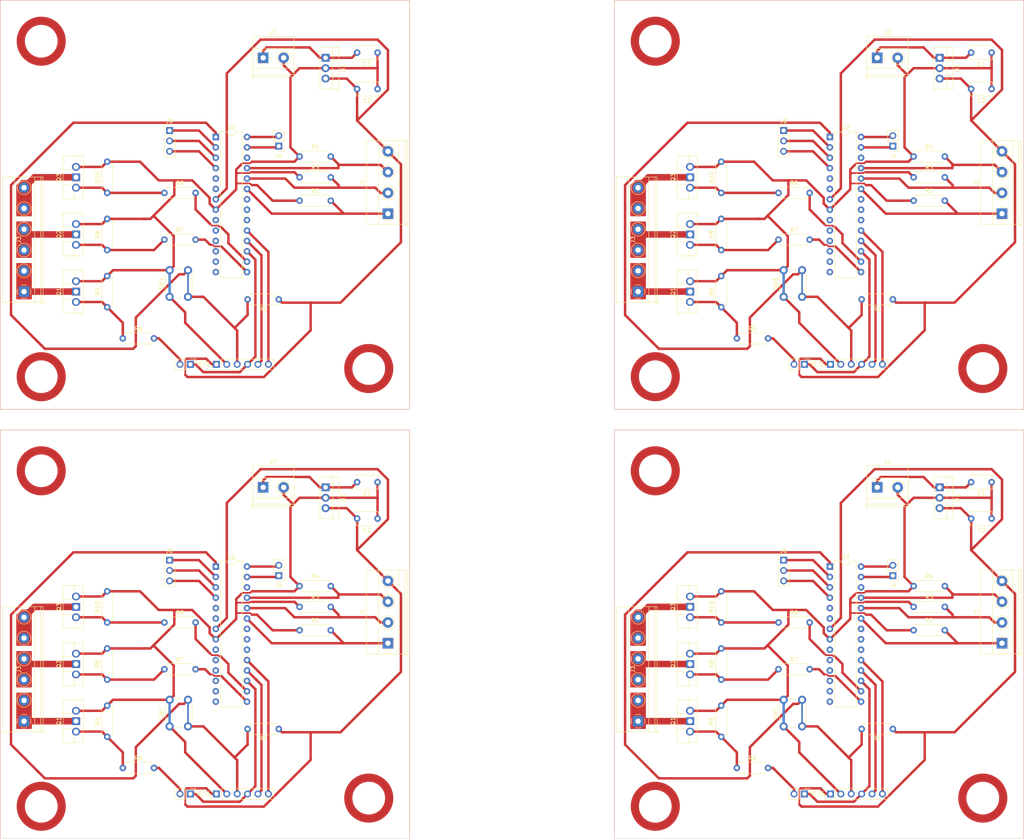
<source format=kicad_pcb>
(kicad_pcb (version 20171130) (host pcbnew 5.1.2)
  (layers (0 F.Cu signal) (31 B.Cu signal) (34 B.Paste user hide) (35 F.Paste user hide) (36 B.SilkS user) (37 F.SilkS user) (38 B.Mask user hide) (39 F.Mask user hide) (44 Edge.Cuts user hide))
  (net 0 "")
  (net 1 GND)
  (net 2 "Net-(C1-Pad2)")
  (net 3 "Net-(C2-Pad2)")
  (net 4 "Net-(J1-Pad1)")
  (net 5 "Net-(J1-Pad2)")
  (net 6 "Net-(J1-Pad3)")
  (net 7 "Net-(J2-Pad3)")
  (net 8 "Net-(J2-Pad4)")
  (net 9 "Net-(J2-Pad5)")
  (net 10 "Net-(J2-Pad6)")
  (net 11 "Net-(J3-Pad1)")
  (net 12 "Net-(J3-Pad5)")
  (net 13 "Net-(J4-Pad1)")
  (net 14 "Net-(J4-Pad2)")
  (net 15 "Net-(J5-Pad2)")
  (net 16 "Net-(J6-Pad1)")
  (net 17 "Net-(J6-Pad3)")
  (net 18 "Net-(J6-Pad2)")
  (net 19 "Net-(Q1-Pad2)")
  (net 20 "Net-(Q2-Pad2)")
  (net 21 "Net-(Q3-Pad2)")
  (net 22 "Net-(R7-Pad2)")
  (net 23 "Net-(R9-Pad2)")
  (net 24 "Net-(U2-Pad5)")
  (net 25 "Net-(U2-Pad6)")
  (net 26 "Net-(U2-Pad20)")
  (net 27 "Net-(U2-Pad21)")
  (net 28 "Net-(U2-Pad22)")
  (net 29 "Net-(U2-Pad9)")
  (net 30 "Net-(U2-Pad10)")
  (net 31 "Net-(U2-Pad11)")
  (net 32 "Net-(U2-Pad12)")
  (net 33 "Net-(U2-Pad26)")
  (net 34 "Net-(U2-Pad13)")
  (net 35 "Net-(U2-Pad14)")
  (net 36 "Net-(J3-Pad3)")
  (module Resistor_THT:R_Axial_DIN0207_L6.3mm_D2.5mm_P7.62mm_Horizontal (layer F.Cu) (at 223.025 183.105 180)
    (fp_text reference R1 (at 3.81 -2.37) (layer F.SilkS))
    (fp_text value 10K)
    (pad 1 thru_hole circle (at 0 0 180) (size 1.6 1.6) (drill 0.8) (layers *.Cu *.Mask))
    (pad 2 thru_hole oval (at 7.62 0 180) (size 1.6 1.6) (drill 0.8) (layers *.Cu *.Mask))
  )
  (module Connector_PinHeader_2.54mm:PinHeader_1x02_P2.54mm_Vertical (layer F.Cu) (at 223.025 145.64 180)
    (fp_text reference J4 (at 0 -2.33) (layer F.SilkS))
    (fp_text value "Conn_01x02_Male (i2c)")
    (pad 2 thru_hole oval (at 0 2.54 180) (size 1.7 1.7) (drill 1) (layers *.Cu *.Mask))
    (pad 1 thru_hole rect (at 0 0 180) (size 1.7 1.7) (drill 1) (layers *.Cu *.Mask))
  )
  (module Connector_PinHeader_2.54mm:PinHeader_1x03_P2.54mm_Vertical (layer F.Cu) (at 196.355 141.83)
    (fp_text reference J6 (at 0 -2.33) (layer F.SilkS))
    (fp_text value "Conn_01x03_Male (Indicators)")
    (pad 3 thru_hole oval (at 0 5.08) (size 1.7 1.7) (drill 1) (layers *.Cu *.Mask))
    (pad 2 thru_hole oval (at 0 2.54) (size 1.7 1.7) (drill 1) (layers *.Cu *.Mask))
    (pad 1 thru_hole rect (at 0 0) (size 1.7 1.7) (drill 1) (layers *.Cu *.Mask))
  )
  (module Connector_PinHeader_2.54mm:PinHeader_1x02_P2.54mm_Vertical (layer F.Cu) (at 201.435 198.98 270)
    (fp_text reference J5 (at 0 -2.33 90) (layer F.SilkS))
    (fp_text value "Conn_01x02_Male (Jumper)")
    (pad 1 thru_hole rect (at 0 0 270) (size 1.7 1.7) (drill 1) (layers *.Cu *.Mask))
    (pad 2 thru_hole oval (at 0 2.54 270) (size 1.7 1.7) (drill 1) (layers *.Cu *.Mask))
  )
  (module Resistor_THT:R_Axial_DIN0207_L6.3mm_D2.5mm_P7.62mm_Horizontal (layer F.Cu) (at 195.085 157.07)
    (fp_text reference R9 (at 3.81 -2.37) (layer F.SilkS))
    (fp_text value 100Ohm)
    (pad 2 thru_hole oval (at 7.62 0) (size 1.6 1.6) (drill 0.8) (layers *.Cu *.Mask))
    (pad 1 thru_hole circle (at 0 0) (size 1.6 1.6) (drill 0.8) (layers *.Cu *.Mask))
  )
  (module TerminalBlock_Phoenix:TerminalBlock_Phoenix_MKDS-1,5-2_1x02_P5.00mm_Horizontal (layer F.Cu) (at 219.215 124.05)
    (fp_text reference J7 (at 2.5 -6.26) (layer F.SilkS))
    (fp_text value "Screw_Terminal_01x02 (power)")
    (pad 2 thru_hole circle (at 5 0) (size 2.6 2.6) (drill 1.3) (layers *.Cu *.Mask))
    (pad 1 thru_hole rect (at 0 0) (size 2.6 2.6) (drill 1.3) (layers *.Cu *.Mask))
  )
  (module Package_DIP:DIP-28_W7.62mm (layer F.Cu) (at 207.640001 143.405001)
    (fp_text reference U2 (at 3.81 -2.33) (layer F.SilkS))
    (fp_text value ATmega8A-PU)
    (pad 28 thru_hole oval (at 7.62 0) (size 1.6 1.6) (drill 0.8) (layers *.Cu *.Mask))
    (pad 14 thru_hole oval (at 0 33.02) (size 1.6 1.6) (drill 0.8) (layers *.Cu *.Mask))
    (pad 27 thru_hole oval (at 7.62 2.54) (size 1.6 1.6) (drill 0.8) (layers *.Cu *.Mask))
    (pad 13 thru_hole oval (at 0 30.48) (size 1.6 1.6) (drill 0.8) (layers *.Cu *.Mask))
    (pad 26 thru_hole oval (at 7.62 5.08) (size 1.6 1.6) (drill 0.8) (layers *.Cu *.Mask))
    (pad 12 thru_hole oval (at 0 27.94) (size 1.6 1.6) (drill 0.8) (layers *.Cu *.Mask))
    (pad 25 thru_hole oval (at 7.62 7.62) (size 1.6 1.6) (drill 0.8) (layers *.Cu *.Mask))
    (pad 11 thru_hole oval (at 0 25.4) (size 1.6 1.6) (drill 0.8) (layers *.Cu *.Mask))
    (pad 24 thru_hole oval (at 7.62 10.16) (size 1.6 1.6) (drill 0.8) (layers *.Cu *.Mask))
    (pad 10 thru_hole oval (at 0 22.86) (size 1.6 1.6) (drill 0.8) (layers *.Cu *.Mask))
    (pad 23 thru_hole oval (at 7.62 12.7) (size 1.6 1.6) (drill 0.8) (layers *.Cu *.Mask))
    (pad 9 thru_hole oval (at 0 20.32) (size 1.6 1.6) (drill 0.8) (layers *.Cu *.Mask))
    (pad 22 thru_hole oval (at 7.62 15.24) (size 1.6 1.6) (drill 0.8) (layers *.Cu *.Mask))
    (pad 8 thru_hole oval (at 0 17.78) (size 1.6 1.6) (drill 0.8) (layers *.Cu *.Mask))
    (pad 21 thru_hole oval (at 7.62 17.78) (size 1.6 1.6) (drill 0.8) (layers *.Cu *.Mask))
    (pad 7 thru_hole oval (at 0 15.24) (size 1.6 1.6) (drill 0.8) (layers *.Cu *.Mask))
    (pad 20 thru_hole oval (at 7.62 20.32) (size 1.6 1.6) (drill 0.8) (layers *.Cu *.Mask))
    (pad 6 thru_hole oval (at 0 12.7) (size 1.6 1.6) (drill 0.8) (layers *.Cu *.Mask))
    (pad 19 thru_hole oval (at 7.62 22.86) (size 1.6 1.6) (drill 0.8) (layers *.Cu *.Mask))
    (pad 5 thru_hole oval (at 0 10.16) (size 1.6 1.6) (drill 0.8) (layers *.Cu *.Mask))
    (pad 18 thru_hole oval (at 7.62 25.4) (size 1.6 1.6) (drill 0.8) (layers *.Cu *.Mask))
    (pad 4 thru_hole oval (at 0 7.62) (size 1.6 1.6) (drill 0.8) (layers *.Cu *.Mask))
    (pad 17 thru_hole oval (at 7.62 27.94) (size 1.6 1.6) (drill 0.8) (layers *.Cu *.Mask))
    (pad 3 thru_hole oval (at 0 5.08) (size 1.6 1.6) (drill 0.8) (layers *.Cu *.Mask))
    (pad 16 thru_hole oval (at 7.62 30.48) (size 1.6 1.6) (drill 0.8) (layers *.Cu *.Mask))
    (pad 2 thru_hole oval (at 0 2.54) (size 1.6 1.6) (drill 0.8) (layers *.Cu *.Mask))
    (pad 15 thru_hole oval (at 7.62 33.02) (size 1.6 1.6) (drill 0.8) (layers *.Cu *.Mask))
    (pad 1 thru_hole rect (at 0 0) (size 1.6 1.6) (drill 0.8) (layers *.Cu *.Mask))
  )
  (module Capacitor_THT:C_Disc_D5.1mm_W3.2mm_P5.00mm (layer F.Cu) (at 247.155 131.67 180)
    (fp_text reference C2 (at 2.5 -2.85) (layer F.SilkS))
    (fp_text value 0.1uF)
    (pad 1 thru_hole circle (at 0 0 180) (size 1.6 1.6) (drill 0.8) (layers *.Cu *.Mask))
    (pad 2 thru_hole circle (at 5 0 180) (size 1.6 1.6) (drill 0.8) (layers *.Cu *.Mask))
  )
  (module Button_Switch_THT:SW_PUSH_6mm (layer F.Cu) (at 196.355 182.47 90)
    (fp_text reference SW1 (at 3.25 -2 90) (layer F.SilkS))
    (fp_text value "SW_Push (reset)")
    (pad 1 thru_hole circle (at 6.5 0 180) (size 2 2) (drill 1.1) (layers *.Cu *.Mask))
    (pad 2 thru_hole circle (at 6.5 4.5 180) (size 2 2) (drill 1.1) (layers *.Cu *.Mask))
    (pad 1 thru_hole circle (at 0 0 180) (size 2 2) (drill 1.1) (layers *.Cu *.Mask))
    (pad 2 thru_hole circle (at 0 4.5 180) (size 2 2) (drill 1.1) (layers *.Cu *.Mask))
  )
  (module TerminalBlock_Phoenix:TerminalBlock_Phoenix_MKDS-1,5-4-5.08_1x04_P5.08mm_Horizontal (layer F.Cu) (at 249.695 162.15 90)
    (fp_text reference J1 (at 7.62 -6.26 90) (layer F.SilkS))
    (fp_text value "Screw_Terminal_01x04 (buttons)")
    (pad 4 thru_hole circle (at 15.24 0 90) (size 2.6 2.6) (drill 1.3) (layers *.Cu *.Mask))
    (pad 3 thru_hole circle (at 10.16 0 90) (size 2.6 2.6) (drill 1.3) (layers *.Cu *.Mask))
    (pad 2 thru_hole circle (at 5.08 0 90) (size 2.6 2.6) (drill 1.3) (layers *.Cu *.Mask))
    (pad 1 thru_hole rect (at 0 0 90) (size 2.6 2.6) (drill 1.3) (layers *.Cu *.Mask))
  )
  (module Connector_PinHeader_2.54mm:PinHeader_1x06_P2.54mm_Vertical (layer F.Cu) (at 207.785 198.98 90)
    (fp_text reference J2 (at 0 -2.33 90) (layer F.SilkS))
    (fp_text value "Conn_01x06_Male (programmer)")
    (pad 6 thru_hole oval (at 0 12.7 90) (size 1.7 1.7) (drill 1) (layers *.Cu *.Mask))
    (pad 5 thru_hole oval (at 0 10.16 90) (size 1.7 1.7) (drill 1) (layers *.Cu *.Mask))
    (pad 4 thru_hole oval (at 0 7.62 90) (size 1.7 1.7) (drill 1) (layers *.Cu *.Mask))
    (pad 3 thru_hole oval (at 0 5.08 90) (size 1.7 1.7) (drill 1) (layers *.Cu *.Mask))
    (pad 2 thru_hole oval (at 0 2.54 90) (size 1.7 1.7) (drill 1) (layers *.Cu *.Mask))
    (pad 1 thru_hole rect (at 0 0 90) (size 1.7 1.7) (drill 1) (layers *.Cu *.Mask))
  )
  (module Resistor_THT:R_Axial_DIN0207_L6.3mm_D2.5mm_P7.62mm_Horizontal (layer F.Cu) (at 181.115 185.01 90)
    (fp_text reference R5 (at 3.81 -2.37 90) (layer F.SilkS))
    (fp_text value 10K)
    (pad 2 thru_hole oval (at 7.62 0 90) (size 1.6 1.6) (drill 0.8) (layers *.Cu *.Mask))
    (pad 1 thru_hole circle (at 0 0 90) (size 1.6 1.6) (drill 0.8) (layers *.Cu *.Mask))
  )
  (module Capacitor_THT:C_Disc_D5.1mm_W3.2mm_P5.00mm (layer F.Cu) (at 247.155 122.78 180)
    (fp_text reference C1 (at 2.5 -2.85) (layer F.SilkS))
    (fp_text value 3.3uF)
    (pad 2 thru_hole circle (at 5 0 180) (size 1.6 1.6) (drill 0.8) (layers *.Cu *.Mask))
    (pad 1 thru_hole circle (at 0 0 180) (size 1.6 1.6) (drill 0.8) (layers *.Cu *.Mask))
  )
  (module Resistor_THT:R_Axial_DIN0207_L6.3mm_D2.5mm_P7.62mm_Horizontal (layer F.Cu) (at 228.105 153.26)
    (fp_text reference R3 (at 3.81 -2.37) (layer F.SilkS))
    (fp_text value 220Ohm)
    (pad 1 thru_hole circle (at 0 0) (size 1.6 1.6) (drill 0.8) (layers *.Cu *.Mask))
    (pad 2 thru_hole oval (at 7.62 0) (size 1.6 1.6) (drill 0.8) (layers *.Cu *.Mask))
  )
  (module Resistor_THT:R_Axial_DIN0207_L6.3mm_D2.5mm_P7.62mm_Horizontal (layer F.Cu) (at 228.105 148.18)
    (fp_text reference R4 (at 3.81 -2.37) (layer F.SilkS))
    (fp_text value 220Ohm)
    (pad 2 thru_hole oval (at 7.62 0) (size 1.6 1.6) (drill 0.8) (layers *.Cu *.Mask))
    (pad 1 thru_hole circle (at 0 0) (size 1.6 1.6) (drill 0.8) (layers *.Cu *.Mask))
  )
  (module TerminalBlock_Phoenix:TerminalBlock_Phoenix_MKDS-1,5-6-5.08_1x06_P5.08mm_Horizontal (layer F.Cu) (at 160.795 181.2 90)
    (fp_text reference J3 (at 12.7 -1.27 90) (layer F.SilkS))
    (fp_text value "Screw_Terminal_01x06 (output)")
    (pad 6 thru_hole circle (at 25.4 0 90) (size 2.6 2.6) (drill 1.3) (layers *.Cu *.Mask))
    (pad 5 thru_hole circle (at 20.32 0 90) (size 2.6 2.6) (drill 1.3) (layers *.Cu *.Mask))
    (pad 4 thru_hole circle (at 15.24 0 90) (size 2.6 2.6) (drill 1.3) (layers *.Cu *.Mask))
    (pad 3 thru_hole circle (at 10.16 0 90) (size 2.6 2.6) (drill 1.3) (layers *.Cu *.Mask))
    (pad 2 thru_hole circle (at 5.08 0 90) (size 2.6 2.6) (drill 1.3) (layers *.Cu *.Mask))
    (pad 1 thru_hole rect (at 0 0 90) (size 2.6 2.6) (drill 1.3) (layers *.Cu *.Mask))
  )
  (module Resistor_THT:R_Axial_DIN0207_L6.3mm_D2.5mm_P7.62mm_Horizontal (layer F.Cu) (at 181.115 157.07 90)
    (fp_text reference R10 (at 3.81 -2.37 90) (layer F.SilkS))
    (fp_text value 10K)
    (pad 1 thru_hole circle (at 0 0 90) (size 1.6 1.6) (drill 0.8) (layers *.Cu *.Mask))
    (pad 2 thru_hole oval (at 7.62 0 90) (size 1.6 1.6) (drill 0.8) (layers *.Cu *.Mask))
  )
  (module scheme:IRF840 (layer F.Cu) (at 173.495 155.8 90)
    (fp_text reference Q3 (at 2.54 -4.1675 90) (layer F.SilkS))
    (fp_text value IRF8308M)
    (pad 1 thru_hole rect (at 2.54 0 90) (size 1.905 2) (drill 1.2) (layers *.Cu *.Mask))
    (pad 2 thru_hole oval (at 0 0 90) (size 1.905 2) (drill 1.2) (layers *.Cu *.Mask))
    (pad 3 thru_hole oval (at 5.08 0 90) (size 1.905 2) (drill 1.2) (layers *.Cu *.Mask))
  )
  (module scheme:IRF840 (layer F.Cu) (at 173.495 169.77 90)
    (fp_text reference Q2 (at 2.54 -4.1675 90) (layer F.SilkS))
    (fp_text value IRF8308M)
    (pad 3 thru_hole oval (at 5.08 0 90) (size 1.905 2) (drill 1.2) (layers *.Cu *.Mask))
    (pad 2 thru_hole oval (at 0 0 90) (size 1.905 2) (drill 1.2) (layers *.Cu *.Mask))
    (pad 1 thru_hole rect (at 2.54 0 90) (size 1.905 2) (drill 1.2) (layers *.Cu *.Mask))
  )
  (module Resistor_THT:R_Axial_DIN0207_L6.3mm_D2.5mm_P7.62mm_Horizontal (layer F.Cu) (at 181.115 171.04 90)
    (fp_text reference R8 (at 3.81 -2.37 90) (layer F.SilkS))
    (fp_text value 10K)
    (pad 1 thru_hole circle (at 0 0 90) (size 1.6 1.6) (drill 0.8) (layers *.Cu *.Mask))
    (pad 2 thru_hole oval (at 7.62 0 90) (size 1.6 1.6) (drill 0.8) (layers *.Cu *.Mask))
  )
  (module Resistor_THT:R_Axial_DIN0207_L6.3mm_D2.5mm_P7.62mm_Horizontal (layer F.Cu) (at 195.085 168.5)
    (fp_text reference R7 (at 3.81 -2.37) (layer F.SilkS))
    (fp_text value 100Ohm)
    (pad 2 thru_hole oval (at 7.62 0) (size 1.6 1.6) (drill 0.8) (layers *.Cu *.Mask))
    (pad 1 thru_hole circle (at 0 0) (size 1.6 1.6) (drill 0.8) (layers *.Cu *.Mask))
  )
  (module Resistor_THT:R_Axial_DIN0207_L6.3mm_D2.5mm_P7.62mm_Horizontal (layer F.Cu) (at 184.925 192.63)
    (fp_text reference R6 (at 3.81 -2.37) (layer F.SilkS))
    (fp_text value 100Ohm)
    (pad 1 thru_hole circle (at 0 0) (size 1.6 1.6) (drill 0.8) (layers *.Cu *.Mask))
    (pad 2 thru_hole oval (at 7.62 0) (size 1.6 1.6) (drill 0.8) (layers *.Cu *.Mask))
  )
  (module Package_TO_SOT_THT:TO-220-3_Vertical (layer F.Cu) (at 234.455 124.05 270)
    (fp_text reference U1 (at 2.54 -4.27 90) (layer F.SilkS))
    (fp_text value L7805)
    (pad 3 thru_hole oval (at 5.08 0 270) (size 1.905 2) (drill 1.1) (layers *.Cu *.Mask))
    (pad 2 thru_hole oval (at 2.54 0 270) (size 1.905 2) (drill 1.1) (layers *.Cu *.Mask))
    (pad 1 thru_hole rect (at 0 0 270) (size 1.905 2) (drill 1.1) (layers *.Cu *.Mask))
  )
  (module Resistor_THT:R_Axial_DIN0207_L6.3mm_D2.5mm_P7.62mm_Horizontal (layer F.Cu) (at 228.105 158.975)
    (fp_text reference R2 (at 3.81 -2.37) (layer F.SilkS))
    (fp_text value 220Ohm)
    (pad 2 thru_hole oval (at 7.62 0) (size 1.6 1.6) (drill 0.8) (layers *.Cu *.Mask))
    (pad 1 thru_hole circle (at 0 0) (size 1.6 1.6) (drill 0.8) (layers *.Cu *.Mask))
  )
  (module scheme:IRF840 (layer F.Cu) (at 173.495 183.74 90)
    (fp_text reference Q1 (at 2.54 -4.1675 90) (layer F.SilkS))
    (fp_text value IRF8308M)
    (pad 3 thru_hole oval (at 5.08 0 90) (size 1.905 2) (drill 1.2) (layers *.Cu *.Mask))
    (pad 2 thru_hole oval (at 0 0 90) (size 1.905 2) (drill 1.2) (layers *.Cu *.Mask))
    (pad 1 thru_hole rect (at 2.54 0 90) (size 1.905 2) (drill 1.2) (layers *.Cu *.Mask))
  )
  (module scheme:IRF840 (layer F.Cu) (at 173.495 50.8 90)
    (fp_text reference Q3 (at 2.54 -4.1675 90) (layer F.SilkS))
    (fp_text value IRF8308M)
    (pad 3 thru_hole oval (at 5.08 0 90) (size 1.905 2) (drill 1.2) (layers *.Cu *.Mask))
    (pad 2 thru_hole oval (at 0 0 90) (size 1.905 2) (drill 1.2) (layers *.Cu *.Mask))
    (pad 1 thru_hole rect (at 2.54 0 90) (size 1.905 2) (drill 1.2) (layers *.Cu *.Mask))
  )
  (module scheme:IRF840 (layer F.Cu) (at 173.495 64.77 90)
    (fp_text reference Q2 (at 2.54 -4.1675 90) (layer F.SilkS))
    (fp_text value IRF8308M)
    (pad 1 thru_hole rect (at 2.54 0 90) (size 1.905 2) (drill 1.2) (layers *.Cu *.Mask))
    (pad 2 thru_hole oval (at 0 0 90) (size 1.905 2) (drill 1.2) (layers *.Cu *.Mask))
    (pad 3 thru_hole oval (at 5.08 0 90) (size 1.905 2) (drill 1.2) (layers *.Cu *.Mask))
  )
  (module scheme:IRF840 (layer F.Cu) (at 173.495 78.74 90)
    (fp_text reference Q1 (at 2.54 -4.1675 90) (layer F.SilkS))
    (fp_text value IRF8308M)
    (pad 1 thru_hole rect (at 2.54 0 90) (size 1.905 2) (drill 1.2) (layers *.Cu *.Mask))
    (pad 2 thru_hole oval (at 0 0 90) (size 1.905 2) (drill 1.2) (layers *.Cu *.Mask))
    (pad 3 thru_hole oval (at 5.08 0 90) (size 1.905 2) (drill 1.2) (layers *.Cu *.Mask))
  )
  (module Resistor_THT:R_Axial_DIN0207_L6.3mm_D2.5mm_P7.62mm_Horizontal (layer F.Cu) (at 181.115 52.07 90)
    (fp_text reference R10 (at 3.81 -2.37 90) (layer F.SilkS))
    (fp_text value 10K)
    (pad 2 thru_hole oval (at 7.62 0 90) (size 1.6 1.6) (drill 0.8) (layers *.Cu *.Mask))
    (pad 1 thru_hole circle (at 0 0 90) (size 1.6 1.6) (drill 0.8) (layers *.Cu *.Mask))
  )
  (module Resistor_THT:R_Axial_DIN0207_L6.3mm_D2.5mm_P7.62mm_Horizontal (layer F.Cu) (at 195.085 52.07)
    (fp_text reference R9 (at 3.81 -2.37) (layer F.SilkS))
    (fp_text value 100Ohm)
    (pad 1 thru_hole circle (at 0 0) (size 1.6 1.6) (drill 0.8) (layers *.Cu *.Mask))
    (pad 2 thru_hole oval (at 7.62 0) (size 1.6 1.6) (drill 0.8) (layers *.Cu *.Mask))
  )
  (module Resistor_THT:R_Axial_DIN0207_L6.3mm_D2.5mm_P7.62mm_Horizontal (layer F.Cu) (at 181.115 66.04 90)
    (fp_text reference R8 (at 3.81 -2.37 90) (layer F.SilkS))
    (fp_text value 10K)
    (pad 2 thru_hole oval (at 7.62 0 90) (size 1.6 1.6) (drill 0.8) (layers *.Cu *.Mask))
    (pad 1 thru_hole circle (at 0 0 90) (size 1.6 1.6) (drill 0.8) (layers *.Cu *.Mask))
  )
  (module Resistor_THT:R_Axial_DIN0207_L6.3mm_D2.5mm_P7.62mm_Horizontal (layer F.Cu) (at 195.085 63.5)
    (fp_text reference R7 (at 3.81 -2.37) (layer F.SilkS))
    (fp_text value 100Ohm)
    (pad 1 thru_hole circle (at 0 0) (size 1.6 1.6) (drill 0.8) (layers *.Cu *.Mask))
    (pad 2 thru_hole oval (at 7.62 0) (size 1.6 1.6) (drill 0.8) (layers *.Cu *.Mask))
  )
  (module Resistor_THT:R_Axial_DIN0207_L6.3mm_D2.5mm_P7.62mm_Horizontal (layer F.Cu) (at 184.925 87.63)
    (fp_text reference R6 (at 3.81 -2.37) (layer F.SilkS))
    (fp_text value 100Ohm)
    (pad 2 thru_hole oval (at 7.62 0) (size 1.6 1.6) (drill 0.8) (layers *.Cu *.Mask))
    (pad 1 thru_hole circle (at 0 0) (size 1.6 1.6) (drill 0.8) (layers *.Cu *.Mask))
  )
  (module Resistor_THT:R_Axial_DIN0207_L6.3mm_D2.5mm_P7.62mm_Horizontal (layer F.Cu) (at 181.115 80.01 90)
    (fp_text reference R5 (at 3.81 -2.37 90) (layer F.SilkS))
    (fp_text value 10K)
    (pad 1 thru_hole circle (at 0 0 90) (size 1.6 1.6) (drill 0.8) (layers *.Cu *.Mask))
    (pad 2 thru_hole oval (at 7.62 0 90) (size 1.6 1.6) (drill 0.8) (layers *.Cu *.Mask))
  )
  (module Resistor_THT:R_Axial_DIN0207_L6.3mm_D2.5mm_P7.62mm_Horizontal (layer F.Cu) (at 228.105 43.18)
    (fp_text reference R4 (at 3.81 -2.37) (layer F.SilkS))
    (fp_text value 220Ohm)
    (pad 1 thru_hole circle (at 0 0) (size 1.6 1.6) (drill 0.8) (layers *.Cu *.Mask))
    (pad 2 thru_hole oval (at 7.62 0) (size 1.6 1.6) (drill 0.8) (layers *.Cu *.Mask))
  )
  (module Resistor_THT:R_Axial_DIN0207_L6.3mm_D2.5mm_P7.62mm_Horizontal (layer F.Cu) (at 228.105 48.26)
    (fp_text reference R3 (at 3.81 -2.37) (layer F.SilkS))
    (fp_text value 220Ohm)
    (pad 2 thru_hole oval (at 7.62 0) (size 1.6 1.6) (drill 0.8) (layers *.Cu *.Mask))
    (pad 1 thru_hole circle (at 0 0) (size 1.6 1.6) (drill 0.8) (layers *.Cu *.Mask))
  )
  (module Resistor_THT:R_Axial_DIN0207_L6.3mm_D2.5mm_P7.62mm_Horizontal (layer F.Cu) (at 228.105 53.975)
    (fp_text reference R2 (at 3.81 -2.37) (layer F.SilkS))
    (fp_text value 220Ohm)
    (pad 1 thru_hole circle (at 0 0) (size 1.6 1.6) (drill 0.8) (layers *.Cu *.Mask))
    (pad 2 thru_hole oval (at 7.62 0) (size 1.6 1.6) (drill 0.8) (layers *.Cu *.Mask))
  )
  (module Resistor_THT:R_Axial_DIN0207_L6.3mm_D2.5mm_P7.62mm_Horizontal (layer F.Cu) (at 223.025 78.105 180)
    (fp_text reference R1 (at 3.81 -2.37) (layer F.SilkS))
    (fp_text value 10K)
    (pad 2 thru_hole oval (at 7.62 0 180) (size 1.6 1.6) (drill 0.8) (layers *.Cu *.Mask))
    (pad 1 thru_hole circle (at 0 0 180) (size 1.6 1.6) (drill 0.8) (layers *.Cu *.Mask))
  )
  (module Connector_PinHeader_2.54mm:PinHeader_1x03_P2.54mm_Vertical (layer F.Cu) (at 196.355 36.83)
    (fp_text reference J6 (at 0 -2.33) (layer F.SilkS))
    (fp_text value "Conn_01x03_Male (Indicators)")
    (pad 1 thru_hole rect (at 0 0) (size 1.7 1.7) (drill 1) (layers *.Cu *.Mask))
    (pad 2 thru_hole oval (at 0 2.54) (size 1.7 1.7) (drill 1) (layers *.Cu *.Mask))
    (pad 3 thru_hole oval (at 0 5.08) (size 1.7 1.7) (drill 1) (layers *.Cu *.Mask))
  )
  (module Connector_PinHeader_2.54mm:PinHeader_1x02_P2.54mm_Vertical (layer F.Cu) (at 201.435 93.98 270)
    (fp_text reference J5 (at 0 -2.33 90) (layer F.SilkS))
    (fp_text value "Conn_01x02_Male (Jumper)")
    (pad 2 thru_hole oval (at 0 2.54 270) (size 1.7 1.7) (drill 1) (layers *.Cu *.Mask))
    (pad 1 thru_hole rect (at 0 0 270) (size 1.7 1.7) (drill 1) (layers *.Cu *.Mask))
  )
  (module Connector_PinHeader_2.54mm:PinHeader_1x02_P2.54mm_Vertical (layer F.Cu) (at 223.025 40.64 180)
    (fp_text reference J4 (at 0 -2.33) (layer F.SilkS))
    (fp_text value "Conn_01x02_Male (i2c)")
    (pad 1 thru_hole rect (at 0 0 180) (size 1.7 1.7) (drill 1) (layers *.Cu *.Mask))
    (pad 2 thru_hole oval (at 0 2.54 180) (size 1.7 1.7) (drill 1) (layers *.Cu *.Mask))
  )
  (module Package_TO_SOT_THT:TO-220-3_Vertical (layer F.Cu) (at 234.455 19.05 270)
    (fp_text reference U1 (at 2.54 -4.27 90) (layer F.SilkS))
    (fp_text value L7805)
    (pad 1 thru_hole rect (at 0 0 270) (size 1.905 2) (drill 1.1) (layers *.Cu *.Mask))
    (pad 2 thru_hole oval (at 2.54 0 270) (size 1.905 2) (drill 1.1) (layers *.Cu *.Mask))
    (pad 3 thru_hole oval (at 5.08 0 270) (size 1.905 2) (drill 1.1) (layers *.Cu *.Mask))
  )
  (module Button_Switch_THT:SW_PUSH_6mm (layer F.Cu) (at 196.355 77.47 90)
    (fp_text reference SW1 (at 3.25 -2 90) (layer F.SilkS))
    (fp_text value "SW_Push (reset)")
    (pad 2 thru_hole circle (at 0 4.5 180) (size 2 2) (drill 1.1) (layers *.Cu *.Mask))
    (pad 1 thru_hole circle (at 0 0 180) (size 2 2) (drill 1.1) (layers *.Cu *.Mask))
    (pad 2 thru_hole circle (at 6.5 4.5 180) (size 2 2) (drill 1.1) (layers *.Cu *.Mask))
    (pad 1 thru_hole circle (at 6.5 0 180) (size 2 2) (drill 1.1) (layers *.Cu *.Mask))
  )
  (module TerminalBlock_Phoenix:TerminalBlock_Phoenix_MKDS-1,5-2_1x02_P5.00mm_Horizontal (layer F.Cu) (at 219.215 19.05)
    (fp_text reference J7 (at 2.5 -6.26) (layer F.SilkS))
    (fp_text value "Screw_Terminal_01x02 (power)")
    (pad 1 thru_hole rect (at 0 0) (size 2.6 2.6) (drill 1.3) (layers *.Cu *.Mask))
    (pad 2 thru_hole circle (at 5 0) (size 2.6 2.6) (drill 1.3) (layers *.Cu *.Mask))
  )
  (module TerminalBlock_Phoenix:TerminalBlock_Phoenix_MKDS-1,5-6-5.08_1x06_P5.08mm_Horizontal (layer F.Cu) (at 160.795 76.2 90)
    (fp_text reference J3 (at 12.7 -1.27 90) (layer F.SilkS))
    (fp_text value "Screw_Terminal_01x06 (output)")
    (pad 1 thru_hole rect (at 0 0 90) (size 2.6 2.6) (drill 1.3) (layers *.Cu *.Mask))
    (pad 2 thru_hole circle (at 5.08 0 90) (size 2.6 2.6) (drill 1.3) (layers *.Cu *.Mask))
    (pad 3 thru_hole circle (at 10.16 0 90) (size 2.6 2.6) (drill 1.3) (layers *.Cu *.Mask))
    (pad 4 thru_hole circle (at 15.24 0 90) (size 2.6 2.6) (drill 1.3) (layers *.Cu *.Mask))
    (pad 5 thru_hole circle (at 20.32 0 90) (size 2.6 2.6) (drill 1.3) (layers *.Cu *.Mask))
    (pad 6 thru_hole circle (at 25.4 0 90) (size 2.6 2.6) (drill 1.3) (layers *.Cu *.Mask))
  )
  (module Connector_PinHeader_2.54mm:PinHeader_1x06_P2.54mm_Vertical (layer F.Cu) (at 207.785 93.98 90)
    (fp_text reference J2 (at 0 -2.33 90) (layer F.SilkS))
    (fp_text value "Conn_01x06_Male (programmer)")
    (pad 1 thru_hole rect (at 0 0 90) (size 1.7 1.7) (drill 1) (layers *.Cu *.Mask))
    (pad 2 thru_hole oval (at 0 2.54 90) (size 1.7 1.7) (drill 1) (layers *.Cu *.Mask))
    (pad 3 thru_hole oval (at 0 5.08 90) (size 1.7 1.7) (drill 1) (layers *.Cu *.Mask))
    (pad 4 thru_hole oval (at 0 7.62 90) (size 1.7 1.7) (drill 1) (layers *.Cu *.Mask))
    (pad 5 thru_hole oval (at 0 10.16 90) (size 1.7 1.7) (drill 1) (layers *.Cu *.Mask))
    (pad 6 thru_hole oval (at 0 12.7 90) (size 1.7 1.7) (drill 1) (layers *.Cu *.Mask))
  )
  (module TerminalBlock_Phoenix:TerminalBlock_Phoenix_MKDS-1,5-4-5.08_1x04_P5.08mm_Horizontal (layer F.Cu) (at 249.695 57.15 90)
    (fp_text reference J1 (at 7.62 -6.26 90) (layer F.SilkS))
    (fp_text value "Screw_Terminal_01x04 (buttons)")
    (pad 1 thru_hole rect (at 0 0 90) (size 2.6 2.6) (drill 1.3) (layers *.Cu *.Mask))
    (pad 2 thru_hole circle (at 5.08 0 90) (size 2.6 2.6) (drill 1.3) (layers *.Cu *.Mask))
    (pad 3 thru_hole circle (at 10.16 0 90) (size 2.6 2.6) (drill 1.3) (layers *.Cu *.Mask))
    (pad 4 thru_hole circle (at 15.24 0 90) (size 2.6 2.6) (drill 1.3) (layers *.Cu *.Mask))
  )
  (module Capacitor_THT:C_Disc_D5.1mm_W3.2mm_P5.00mm (layer F.Cu) (at 247.155 26.67 180)
    (fp_text reference C2 (at 2.5 -2.85) (layer F.SilkS))
    (fp_text value 0.1uF)
    (pad 2 thru_hole circle (at 5 0 180) (size 1.6 1.6) (drill 0.8) (layers *.Cu *.Mask))
    (pad 1 thru_hole circle (at 0 0 180) (size 1.6 1.6) (drill 0.8) (layers *.Cu *.Mask))
  )
  (module Capacitor_THT:C_Disc_D5.1mm_W3.2mm_P5.00mm (layer F.Cu) (at 247.155 17.78 180)
    (fp_text reference C1 (at 2.5 -2.85) (layer F.SilkS))
    (fp_text value 3.3uF)
    (pad 1 thru_hole circle (at 0 0 180) (size 1.6 1.6) (drill 0.8) (layers *.Cu *.Mask))
    (pad 2 thru_hole circle (at 5 0 180) (size 1.6 1.6) (drill 0.8) (layers *.Cu *.Mask))
  )
  (module Package_DIP:DIP-28_W7.62mm (layer F.Cu) (at 207.640001 38.405001)
    (fp_text reference U2 (at 3.81 -2.33) (layer F.SilkS))
    (fp_text value ATmega8A-PU)
    (pad 1 thru_hole rect (at 0 0) (size 1.6 1.6) (drill 0.8) (layers *.Cu *.Mask))
    (pad 15 thru_hole oval (at 7.62 33.02) (size 1.6 1.6) (drill 0.8) (layers *.Cu *.Mask))
    (pad 2 thru_hole oval (at 0 2.54) (size 1.6 1.6) (drill 0.8) (layers *.Cu *.Mask))
    (pad 16 thru_hole oval (at 7.62 30.48) (size 1.6 1.6) (drill 0.8) (layers *.Cu *.Mask))
    (pad 3 thru_hole oval (at 0 5.08) (size 1.6 1.6) (drill 0.8) (layers *.Cu *.Mask))
    (pad 17 thru_hole oval (at 7.62 27.94) (size 1.6 1.6) (drill 0.8) (layers *.Cu *.Mask))
    (pad 4 thru_hole oval (at 0 7.62) (size 1.6 1.6) (drill 0.8) (layers *.Cu *.Mask))
    (pad 18 thru_hole oval (at 7.62 25.4) (size 1.6 1.6) (drill 0.8) (layers *.Cu *.Mask))
    (pad 5 thru_hole oval (at 0 10.16) (size 1.6 1.6) (drill 0.8) (layers *.Cu *.Mask))
    (pad 19 thru_hole oval (at 7.62 22.86) (size 1.6 1.6) (drill 0.8) (layers *.Cu *.Mask))
    (pad 6 thru_hole oval (at 0 12.7) (size 1.6 1.6) (drill 0.8) (layers *.Cu *.Mask))
    (pad 20 thru_hole oval (at 7.62 20.32) (size 1.6 1.6) (drill 0.8) (layers *.Cu *.Mask))
    (pad 7 thru_hole oval (at 0 15.24) (size 1.6 1.6) (drill 0.8) (layers *.Cu *.Mask))
    (pad 21 thru_hole oval (at 7.62 17.78) (size 1.6 1.6) (drill 0.8) (layers *.Cu *.Mask))
    (pad 8 thru_hole oval (at 0 17.78) (size 1.6 1.6) (drill 0.8) (layers *.Cu *.Mask))
    (pad 22 thru_hole oval (at 7.62 15.24) (size 1.6 1.6) (drill 0.8) (layers *.Cu *.Mask))
    (pad 9 thru_hole oval (at 0 20.32) (size 1.6 1.6) (drill 0.8) (layers *.Cu *.Mask))
    (pad 23 thru_hole oval (at 7.62 12.7) (size 1.6 1.6) (drill 0.8) (layers *.Cu *.Mask))
    (pad 10 thru_hole oval (at 0 22.86) (size 1.6 1.6) (drill 0.8) (layers *.Cu *.Mask))
    (pad 24 thru_hole oval (at 7.62 10.16) (size 1.6 1.6) (drill 0.8) (layers *.Cu *.Mask))
    (pad 11 thru_hole oval (at 0 25.4) (size 1.6 1.6) (drill 0.8) (layers *.Cu *.Mask))
    (pad 25 thru_hole oval (at 7.62 7.62) (size 1.6 1.6) (drill 0.8) (layers *.Cu *.Mask))
    (pad 12 thru_hole oval (at 0 27.94) (size 1.6 1.6) (drill 0.8) (layers *.Cu *.Mask))
    (pad 26 thru_hole oval (at 7.62 5.08) (size 1.6 1.6) (drill 0.8) (layers *.Cu *.Mask))
    (pad 13 thru_hole oval (at 0 30.48) (size 1.6 1.6) (drill 0.8) (layers *.Cu *.Mask))
    (pad 27 thru_hole oval (at 7.62 2.54) (size 1.6 1.6) (drill 0.8) (layers *.Cu *.Mask))
    (pad 14 thru_hole oval (at 0 33.02) (size 1.6 1.6) (drill 0.8) (layers *.Cu *.Mask))
    (pad 28 thru_hole oval (at 7.62 0) (size 1.6 1.6) (drill 0.8) (layers *.Cu *.Mask))
  )
  (module scheme:IRF840 (layer F.Cu) (at 23.495 155.8 90)
    (fp_text reference Q3 (at 2.54 -4.1675 90) (layer F.SilkS))
    (fp_text value IRF8308M)
    (pad 3 thru_hole oval (at 5.08 0 90) (size 1.905 2) (drill 1.2) (layers *.Cu *.Mask))
    (pad 2 thru_hole oval (at 0 0 90) (size 1.905 2) (drill 1.2) (layers *.Cu *.Mask))
    (pad 1 thru_hole rect (at 2.54 0 90) (size 1.905 2) (drill 1.2) (layers *.Cu *.Mask))
  )
  (module scheme:IRF840 (layer F.Cu) (at 23.495 169.77 90)
    (fp_text reference Q2 (at 2.54 -4.1675 90) (layer F.SilkS))
    (fp_text value IRF8308M)
    (pad 1 thru_hole rect (at 2.54 0 90) (size 1.905 2) (drill 1.2) (layers *.Cu *.Mask))
    (pad 2 thru_hole oval (at 0 0 90) (size 1.905 2) (drill 1.2) (layers *.Cu *.Mask))
    (pad 3 thru_hole oval (at 5.08 0 90) (size 1.905 2) (drill 1.2) (layers *.Cu *.Mask))
  )
  (module scheme:IRF840 (layer F.Cu) (at 23.495 183.74 90)
    (fp_text reference Q1 (at 2.54 -4.1675 90) (layer F.SilkS))
    (fp_text value IRF8308M)
    (pad 1 thru_hole rect (at 2.54 0 90) (size 1.905 2) (drill 1.2) (layers *.Cu *.Mask))
    (pad 2 thru_hole oval (at 0 0 90) (size 1.905 2) (drill 1.2) (layers *.Cu *.Mask))
    (pad 3 thru_hole oval (at 5.08 0 90) (size 1.905 2) (drill 1.2) (layers *.Cu *.Mask))
  )
  (module Resistor_THT:R_Axial_DIN0207_L6.3mm_D2.5mm_P7.62mm_Horizontal (layer F.Cu) (at 31.115 157.07 90)
    (fp_text reference R10 (at 3.81 -2.37 90) (layer F.SilkS))
    (fp_text value 10K)
    (pad 2 thru_hole oval (at 7.62 0 90) (size 1.6 1.6) (drill 0.8) (layers *.Cu *.Mask))
    (pad 1 thru_hole circle (at 0 0 90) (size 1.6 1.6) (drill 0.8) (layers *.Cu *.Mask))
  )
  (module Resistor_THT:R_Axial_DIN0207_L6.3mm_D2.5mm_P7.62mm_Horizontal (layer F.Cu) (at 45.085 157.07)
    (fp_text reference R9 (at 3.81 -2.37) (layer F.SilkS))
    (fp_text value 100Ohm)
    (pad 1 thru_hole circle (at 0 0) (size 1.6 1.6) (drill 0.8) (layers *.Cu *.Mask))
    (pad 2 thru_hole oval (at 7.62 0) (size 1.6 1.6) (drill 0.8) (layers *.Cu *.Mask))
  )
  (module Resistor_THT:R_Axial_DIN0207_L6.3mm_D2.5mm_P7.62mm_Horizontal (layer F.Cu) (at 31.115 171.04 90)
    (fp_text reference R8 (at 3.81 -2.37 90) (layer F.SilkS))
    (fp_text value 10K)
    (pad 2 thru_hole oval (at 7.62 0 90) (size 1.6 1.6) (drill 0.8) (layers *.Cu *.Mask))
    (pad 1 thru_hole circle (at 0 0 90) (size 1.6 1.6) (drill 0.8) (layers *.Cu *.Mask))
  )
  (module Resistor_THT:R_Axial_DIN0207_L6.3mm_D2.5mm_P7.62mm_Horizontal (layer F.Cu) (at 45.085 168.5)
    (fp_text reference R7 (at 3.81 -2.37) (layer F.SilkS))
    (fp_text value 100Ohm)
    (pad 1 thru_hole circle (at 0 0) (size 1.6 1.6) (drill 0.8) (layers *.Cu *.Mask))
    (pad 2 thru_hole oval (at 7.62 0) (size 1.6 1.6) (drill 0.8) (layers *.Cu *.Mask))
  )
  (module Resistor_THT:R_Axial_DIN0207_L6.3mm_D2.5mm_P7.62mm_Horizontal (layer F.Cu) (at 34.925 192.63)
    (fp_text reference R6 (at 3.81 -2.37) (layer F.SilkS))
    (fp_text value 100Ohm)
    (pad 2 thru_hole oval (at 7.62 0) (size 1.6 1.6) (drill 0.8) (layers *.Cu *.Mask))
    (pad 1 thru_hole circle (at 0 0) (size 1.6 1.6) (drill 0.8) (layers *.Cu *.Mask))
  )
  (module Resistor_THT:R_Axial_DIN0207_L6.3mm_D2.5mm_P7.62mm_Horizontal (layer F.Cu) (at 31.115 185.01 90)
    (fp_text reference R5 (at 3.81 -2.37 90) (layer F.SilkS))
    (fp_text value 10K)
    (pad 1 thru_hole circle (at 0 0 90) (size 1.6 1.6) (drill 0.8) (layers *.Cu *.Mask))
    (pad 2 thru_hole oval (at 7.62 0 90) (size 1.6 1.6) (drill 0.8) (layers *.Cu *.Mask))
  )
  (module Resistor_THT:R_Axial_DIN0207_L6.3mm_D2.5mm_P7.62mm_Horizontal (layer F.Cu) (at 78.105 148.18)
    (fp_text reference R4 (at 3.81 -2.37) (layer F.SilkS))
    (fp_text value 220Ohm)
    (pad 1 thru_hole circle (at 0 0) (size 1.6 1.6) (drill 0.8) (layers *.Cu *.Mask))
    (pad 2 thru_hole oval (at 7.62 0) (size 1.6 1.6) (drill 0.8) (layers *.Cu *.Mask))
  )
  (module Resistor_THT:R_Axial_DIN0207_L6.3mm_D2.5mm_P7.62mm_Horizontal (layer F.Cu) (at 78.105 153.26)
    (fp_text reference R3 (at 3.81 -2.37) (layer F.SilkS))
    (fp_text value 220Ohm)
    (pad 2 thru_hole oval (at 7.62 0) (size 1.6 1.6) (drill 0.8) (layers *.Cu *.Mask))
    (pad 1 thru_hole circle (at 0 0) (size 1.6 1.6) (drill 0.8) (layers *.Cu *.Mask))
  )
  (module Resistor_THT:R_Axial_DIN0207_L6.3mm_D2.5mm_P7.62mm_Horizontal (layer F.Cu) (at 78.105 158.975)
    (fp_text reference R2 (at 3.81 -2.37) (layer F.SilkS))
    (fp_text value 220Ohm)
    (pad 1 thru_hole circle (at 0 0) (size 1.6 1.6) (drill 0.8) (layers *.Cu *.Mask))
    (pad 2 thru_hole oval (at 7.62 0) (size 1.6 1.6) (drill 0.8) (layers *.Cu *.Mask))
  )
  (module Resistor_THT:R_Axial_DIN0207_L6.3mm_D2.5mm_P7.62mm_Horizontal (layer F.Cu) (at 73.025 183.105 180)
    (fp_text reference R1 (at 3.81 -2.37) (layer F.SilkS))
    (fp_text value 10K)
    (pad 2 thru_hole oval (at 7.62 0 180) (size 1.6 1.6) (drill 0.8) (layers *.Cu *.Mask))
    (pad 1 thru_hole circle (at 0 0 180) (size 1.6 1.6) (drill 0.8) (layers *.Cu *.Mask))
  )
  (module Connector_PinHeader_2.54mm:PinHeader_1x03_P2.54mm_Vertical (layer F.Cu) (at 46.355 141.83)
    (fp_text reference J6 (at 0 -2.33) (layer F.SilkS))
    (fp_text value "Conn_01x03_Male (Indicators)")
    (pad 1 thru_hole rect (at 0 0) (size 1.7 1.7) (drill 1) (layers *.Cu *.Mask))
    (pad 2 thru_hole oval (at 0 2.54) (size 1.7 1.7) (drill 1) (layers *.Cu *.Mask))
    (pad 3 thru_hole oval (at 0 5.08) (size 1.7 1.7) (drill 1) (layers *.Cu *.Mask))
  )
  (module Connector_PinHeader_2.54mm:PinHeader_1x02_P2.54mm_Vertical (layer F.Cu) (at 51.435 198.98 270)
    (fp_text reference J5 (at 0 -2.33 90) (layer F.SilkS))
    (fp_text value "Conn_01x02_Male (Jumper)")
    (pad 2 thru_hole oval (at 0 2.54 270) (size 1.7 1.7) (drill 1) (layers *.Cu *.Mask))
    (pad 1 thru_hole rect (at 0 0 270) (size 1.7 1.7) (drill 1) (layers *.Cu *.Mask))
  )
  (module Connector_PinHeader_2.54mm:PinHeader_1x02_P2.54mm_Vertical (layer F.Cu) (at 73.025 145.64 180)
    (fp_text reference J4 (at 0 -2.33) (layer F.SilkS))
    (fp_text value "Conn_01x02_Male (i2c)")
    (pad 1 thru_hole rect (at 0 0 180) (size 1.7 1.7) (drill 1) (layers *.Cu *.Mask))
    (pad 2 thru_hole oval (at 0 2.54 180) (size 1.7 1.7) (drill 1) (layers *.Cu *.Mask))
  )
  (module Package_TO_SOT_THT:TO-220-3_Vertical (layer F.Cu) (at 84.455 124.05 270)
    (fp_text reference U1 (at 2.54 -4.27 90) (layer F.SilkS))
    (fp_text value L7805)
    (pad 1 thru_hole rect (at 0 0 270) (size 1.905 2) (drill 1.1) (layers *.Cu *.Mask))
    (pad 2 thru_hole oval (at 2.54 0 270) (size 1.905 2) (drill 1.1) (layers *.Cu *.Mask))
    (pad 3 thru_hole oval (at 5.08 0 270) (size 1.905 2) (drill 1.1) (layers *.Cu *.Mask))
  )
  (module Button_Switch_THT:SW_PUSH_6mm (layer F.Cu) (at 46.355 182.47 90)
    (fp_text reference SW1 (at 3.25 -2 90) (layer F.SilkS))
    (fp_text value "SW_Push (reset)")
    (pad 2 thru_hole circle (at 0 4.5 180) (size 2 2) (drill 1.1) (layers *.Cu *.Mask))
    (pad 1 thru_hole circle (at 0 0 180) (size 2 2) (drill 1.1) (layers *.Cu *.Mask))
    (pad 2 thru_hole circle (at 6.5 4.5 180) (size 2 2) (drill 1.1) (layers *.Cu *.Mask))
    (pad 1 thru_hole circle (at 6.5 0 180) (size 2 2) (drill 1.1) (layers *.Cu *.Mask))
  )
  (module TerminalBlock_Phoenix:TerminalBlock_Phoenix_MKDS-1,5-2_1x02_P5.00mm_Horizontal (layer F.Cu) (at 69.215 124.05)
    (fp_text reference J7 (at 2.5 -6.26) (layer F.SilkS))
    (fp_text value "Screw_Terminal_01x02 (power)")
    (pad 1 thru_hole rect (at 0 0) (size 2.6 2.6) (drill 1.3) (layers *.Cu *.Mask))
    (pad 2 thru_hole circle (at 5 0) (size 2.6 2.6) (drill 1.3) (layers *.Cu *.Mask))
  )
  (module TerminalBlock_Phoenix:TerminalBlock_Phoenix_MKDS-1,5-6-5.08_1x06_P5.08mm_Horizontal (layer F.Cu) (at 10.795 181.2 90)
    (fp_text reference J3 (at 12.7 -1.27 90) (layer F.SilkS))
    (fp_text value "Screw_Terminal_01x06 (output)")
    (pad 1 thru_hole rect (at 0 0 90) (size 2.6 2.6) (drill 1.3) (layers *.Cu *.Mask))
    (pad 2 thru_hole circle (at 5.08 0 90) (size 2.6 2.6) (drill 1.3) (layers *.Cu *.Mask))
    (pad 3 thru_hole circle (at 10.16 0 90) (size 2.6 2.6) (drill 1.3) (layers *.Cu *.Mask))
    (pad 4 thru_hole circle (at 15.24 0 90) (size 2.6 2.6) (drill 1.3) (layers *.Cu *.Mask))
    (pad 5 thru_hole circle (at 20.32 0 90) (size 2.6 2.6) (drill 1.3) (layers *.Cu *.Mask))
    (pad 6 thru_hole circle (at 25.4 0 90) (size 2.6 2.6) (drill 1.3) (layers *.Cu *.Mask))
  )
  (module Connector_PinHeader_2.54mm:PinHeader_1x06_P2.54mm_Vertical (layer F.Cu) (at 57.785 198.98 90)
    (fp_text reference J2 (at 0 -2.33 90) (layer F.SilkS))
    (fp_text value "Conn_01x06_Male (programmer)")
    (pad 1 thru_hole rect (at 0 0 90) (size 1.7 1.7) (drill 1) (layers *.Cu *.Mask))
    (pad 2 thru_hole oval (at 0 2.54 90) (size 1.7 1.7) (drill 1) (layers *.Cu *.Mask))
    (pad 3 thru_hole oval (at 0 5.08 90) (size 1.7 1.7) (drill 1) (layers *.Cu *.Mask))
    (pad 4 thru_hole oval (at 0 7.62 90) (size 1.7 1.7) (drill 1) (layers *.Cu *.Mask))
    (pad 5 thru_hole oval (at 0 10.16 90) (size 1.7 1.7) (drill 1) (layers *.Cu *.Mask))
    (pad 6 thru_hole oval (at 0 12.7 90) (size 1.7 1.7) (drill 1) (layers *.Cu *.Mask))
  )
  (module TerminalBlock_Phoenix:TerminalBlock_Phoenix_MKDS-1,5-4-5.08_1x04_P5.08mm_Horizontal (layer F.Cu) (at 99.695 162.15 90)
    (fp_text reference J1 (at 7.62 -6.26 90) (layer F.SilkS))
    (fp_text value "Screw_Terminal_01x04 (buttons)")
    (pad 1 thru_hole rect (at 0 0 90) (size 2.6 2.6) (drill 1.3) (layers *.Cu *.Mask))
    (pad 2 thru_hole circle (at 5.08 0 90) (size 2.6 2.6) (drill 1.3) (layers *.Cu *.Mask))
    (pad 3 thru_hole circle (at 10.16 0 90) (size 2.6 2.6) (drill 1.3) (layers *.Cu *.Mask))
    (pad 4 thru_hole circle (at 15.24 0 90) (size 2.6 2.6) (drill 1.3) (layers *.Cu *.Mask))
  )
  (module Capacitor_THT:C_Disc_D5.1mm_W3.2mm_P5.00mm (layer F.Cu) (at 97.155 131.67 180)
    (fp_text reference C2 (at 2.5 -2.85) (layer F.SilkS))
    (fp_text value 0.1uF)
    (pad 2 thru_hole circle (at 5 0 180) (size 1.6 1.6) (drill 0.8) (layers *.Cu *.Mask))
    (pad 1 thru_hole circle (at 0 0 180) (size 1.6 1.6) (drill 0.8) (layers *.Cu *.Mask))
  )
  (module Capacitor_THT:C_Disc_D5.1mm_W3.2mm_P5.00mm (layer F.Cu) (at 97.155 122.78 180)
    (fp_text reference C1 (at 2.5 -2.85) (layer F.SilkS))
    (fp_text value 3.3uF)
    (pad 1 thru_hole circle (at 0 0 180) (size 1.6 1.6) (drill 0.8) (layers *.Cu *.Mask))
    (pad 2 thru_hole circle (at 5 0 180) (size 1.6 1.6) (drill 0.8) (layers *.Cu *.Mask))
  )
  (module Package_DIP:DIP-28_W7.62mm (layer F.Cu) (at 57.640001 143.405001)
    (fp_text reference U2 (at 3.81 -2.33) (layer F.SilkS))
    (fp_text value ATmega8A-PU)
    (pad 1 thru_hole rect (at 0 0) (size 1.6 1.6) (drill 0.8) (layers *.Cu *.Mask))
    (pad 15 thru_hole oval (at 7.62 33.02) (size 1.6 1.6) (drill 0.8) (layers *.Cu *.Mask))
    (pad 2 thru_hole oval (at 0 2.54) (size 1.6 1.6) (drill 0.8) (layers *.Cu *.Mask))
    (pad 16 thru_hole oval (at 7.62 30.48) (size 1.6 1.6) (drill 0.8) (layers *.Cu *.Mask))
    (pad 3 thru_hole oval (at 0 5.08) (size 1.6 1.6) (drill 0.8) (layers *.Cu *.Mask))
    (pad 17 thru_hole oval (at 7.62 27.94) (size 1.6 1.6) (drill 0.8) (layers *.Cu *.Mask))
    (pad 4 thru_hole oval (at 0 7.62) (size 1.6 1.6) (drill 0.8) (layers *.Cu *.Mask))
    (pad 18 thru_hole oval (at 7.62 25.4) (size 1.6 1.6) (drill 0.8) (layers *.Cu *.Mask))
    (pad 5 thru_hole oval (at 0 10.16) (size 1.6 1.6) (drill 0.8) (layers *.Cu *.Mask))
    (pad 19 thru_hole oval (at 7.62 22.86) (size 1.6 1.6) (drill 0.8) (layers *.Cu *.Mask))
    (pad 6 thru_hole oval (at 0 12.7) (size 1.6 1.6) (drill 0.8) (layers *.Cu *.Mask))
    (pad 20 thru_hole oval (at 7.62 20.32) (size 1.6 1.6) (drill 0.8) (layers *.Cu *.Mask))
    (pad 7 thru_hole oval (at 0 15.24) (size 1.6 1.6) (drill 0.8) (layers *.Cu *.Mask))
    (pad 21 thru_hole oval (at 7.62 17.78) (size 1.6 1.6) (drill 0.8) (layers *.Cu *.Mask))
    (pad 8 thru_hole oval (at 0 17.78) (size 1.6 1.6) (drill 0.8) (layers *.Cu *.Mask))
    (pad 22 thru_hole oval (at 7.62 15.24) (size 1.6 1.6) (drill 0.8) (layers *.Cu *.Mask))
    (pad 9 thru_hole oval (at 0 20.32) (size 1.6 1.6) (drill 0.8) (layers *.Cu *.Mask))
    (pad 23 thru_hole oval (at 7.62 12.7) (size 1.6 1.6) (drill 0.8) (layers *.Cu *.Mask))
    (pad 10 thru_hole oval (at 0 22.86) (size 1.6 1.6) (drill 0.8) (layers *.Cu *.Mask))
    (pad 24 thru_hole oval (at 7.62 10.16) (size 1.6 1.6) (drill 0.8) (layers *.Cu *.Mask))
    (pad 11 thru_hole oval (at 0 25.4) (size 1.6 1.6) (drill 0.8) (layers *.Cu *.Mask))
    (pad 25 thru_hole oval (at 7.62 7.62) (size 1.6 1.6) (drill 0.8) (layers *.Cu *.Mask))
    (pad 12 thru_hole oval (at 0 27.94) (size 1.6 1.6) (drill 0.8) (layers *.Cu *.Mask))
    (pad 26 thru_hole oval (at 7.62 5.08) (size 1.6 1.6) (drill 0.8) (layers *.Cu *.Mask))
    (pad 13 thru_hole oval (at 0 30.48) (size 1.6 1.6) (drill 0.8) (layers *.Cu *.Mask))
    (pad 27 thru_hole oval (at 7.62 2.54) (size 1.6 1.6) (drill 0.8) (layers *.Cu *.Mask))
    (pad 14 thru_hole oval (at 0 33.02) (size 1.6 1.6) (drill 0.8) (layers *.Cu *.Mask))
    (pad 28 thru_hole oval (at 7.62 0) (size 1.6 1.6) (drill 0.8) (layers *.Cu *.Mask))
  )
  (module TerminalBlock_Phoenix:TerminalBlock_Phoenix_MKDS-1,5-6-5.08_1x06_P5.08mm_Horizontal (layer F.Cu) (at 10.795 76.2 90)
    (fp_text reference J3 (at 12.7 -1.27 90) (layer F.SilkS))
    (fp_text value "Screw_Terminal_01x06 (output)")
    (pad 6 thru_hole circle (at 25.4 0 90) (size 2.6 2.6) (drill 1.3) (layers *.Cu *.Mask) (net 12 "Net-(J3-Pad5)"))
    (pad 5 thru_hole circle (at 20.32 0 90) (size 2.6 2.6) (drill 1.3) (layers *.Cu *.Mask) (net 12 "Net-(J3-Pad5)"))
    (pad 4 thru_hole circle (at 15.24 0 90) (size 2.6 2.6) (drill 1.3) (layers *.Cu *.Mask) (net 36 "Net-(J3-Pad3)"))
    (pad 3 thru_hole circle (at 10.16 0 90) (size 2.6 2.6) (drill 1.3) (layers *.Cu *.Mask) (net 36 "Net-(J3-Pad3)"))
    (pad 2 thru_hole circle (at 5.08 0 90) (size 2.6 2.6) (drill 1.3) (layers *.Cu *.Mask) (net 11 "Net-(J3-Pad1)"))
    (pad 1 thru_hole rect (at 0 0 90) (size 2.6 2.6) (drill 1.3) (layers *.Cu *.Mask) (net 11 "Net-(J3-Pad1)"))
  )
  (module Package_DIP:DIP-28_W7.62mm (layer F.Cu) (at 57.640001 38.405001)
    (fp_text reference U2 (at 3.81 -2.33) (layer F.SilkS))
    (fp_text value ATmega8A-PU)
    (pad 28 thru_hole oval (at 7.62 0) (size 1.6 1.6) (drill 0.8) (layers *.Cu *.Mask) (net 14 "Net-(J4-Pad2)"))
    (pad 14 thru_hole oval (at 0 33.02) (size 1.6 1.6) (drill 0.8) (layers *.Cu *.Mask) (net 35 "Net-(U2-Pad14)"))
    (pad 27 thru_hole oval (at 7.62 2.54) (size 1.6 1.6) (drill 0.8) (layers *.Cu *.Mask) (net 13 "Net-(J4-Pad1)"))
    (pad 13 thru_hole oval (at 0 30.48) (size 1.6 1.6) (drill 0.8) (layers *.Cu *.Mask) (net 34 "Net-(U2-Pad13)"))
    (pad 26 thru_hole oval (at 7.62 5.08) (size 1.6 1.6) (drill 0.8) (layers *.Cu *.Mask) (net 33 "Net-(U2-Pad26)"))
    (pad 12 thru_hole oval (at 0 27.94) (size 1.6 1.6) (drill 0.8) (layers *.Cu *.Mask) (net 32 "Net-(U2-Pad12)"))
    (pad 25 thru_hole oval (at 7.62 7.62) (size 1.6 1.6) (drill 0.8) (layers *.Cu *.Mask) (net 6 "Net-(J1-Pad3)"))
    (pad 11 thru_hole oval (at 0 25.4) (size 1.6 1.6) (drill 0.8) (layers *.Cu *.Mask) (net 31 "Net-(U2-Pad11)"))
    (pad 24 thru_hole oval (at 7.62 10.16) (size 1.6 1.6) (drill 0.8) (layers *.Cu *.Mask) (net 5 "Net-(J1-Pad2)"))
    (pad 10 thru_hole oval (at 0 22.86) (size 1.6 1.6) (drill 0.8) (layers *.Cu *.Mask) (net 30 "Net-(U2-Pad10)"))
    (pad 23 thru_hole oval (at 7.62 12.7) (size 1.6 1.6) (drill 0.8) (layers *.Cu *.Mask) (net 4 "Net-(J1-Pad1)"))
    (pad 9 thru_hole oval (at 0 20.32) (size 1.6 1.6) (drill 0.8) (layers *.Cu *.Mask) (net 29 "Net-(U2-Pad9)"))
    (pad 22 thru_hole oval (at 7.62 15.24) (size 1.6 1.6) (drill 0.8) (layers *.Cu *.Mask) (net 28 "Net-(U2-Pad22)"))
    (pad 8 thru_hole oval (at 0 17.78) (size 1.6 1.6) (drill 0.8) (layers *.Cu *.Mask) (net 1 GND))
    (pad 21 thru_hole oval (at 7.62 17.78) (size 1.6 1.6) (drill 0.8) (layers *.Cu *.Mask) (net 27 "Net-(U2-Pad21)"))
    (pad 7 thru_hole oval (at 0 15.24) (size 1.6 1.6) (drill 0.8) (layers *.Cu *.Mask) (net 3 "Net-(C2-Pad2)"))
    (pad 20 thru_hole oval (at 7.62 20.32) (size 1.6 1.6) (drill 0.8) (layers *.Cu *.Mask) (net 26 "Net-(U2-Pad20)"))
    (pad 6 thru_hole oval (at 0 12.7) (size 1.6 1.6) (drill 0.8) (layers *.Cu *.Mask) (net 25 "Net-(U2-Pad6)"))
    (pad 19 thru_hole oval (at 7.62 22.86) (size 1.6 1.6) (drill 0.8) (layers *.Cu *.Mask) (net 10 "Net-(J2-Pad6)"))
    (pad 5 thru_hole oval (at 0 10.16) (size 1.6 1.6) (drill 0.8) (layers *.Cu *.Mask) (net 24 "Net-(U2-Pad5)"))
    (pad 18 thru_hole oval (at 7.62 25.4) (size 1.6 1.6) (drill 0.8) (layers *.Cu *.Mask) (net 9 "Net-(J2-Pad5)"))
    (pad 4 thru_hole oval (at 0 7.62) (size 1.6 1.6) (drill 0.8) (layers *.Cu *.Mask) (net 17 "Net-(J6-Pad3)"))
    (pad 17 thru_hole oval (at 7.62 27.94) (size 1.6 1.6) (drill 0.8) (layers *.Cu *.Mask) (net 8 "Net-(J2-Pad4)"))
    (pad 3 thru_hole oval (at 0 5.08) (size 1.6 1.6) (drill 0.8) (layers *.Cu *.Mask) (net 18 "Net-(J6-Pad2)"))
    (pad 16 thru_hole oval (at 7.62 30.48) (size 1.6 1.6) (drill 0.8) (layers *.Cu *.Mask) (net 23 "Net-(R9-Pad2)"))
    (pad 2 thru_hole oval (at 0 2.54) (size 1.6 1.6) (drill 0.8) (layers *.Cu *.Mask) (net 16 "Net-(J6-Pad1)"))
    (pad 15 thru_hole oval (at 7.62 33.02) (size 1.6 1.6) (drill 0.8) (layers *.Cu *.Mask) (net 22 "Net-(R7-Pad2)"))
    (pad 1 thru_hole rect (at 0 0) (size 1.6 1.6) (drill 0.8) (layers *.Cu *.Mask) (net 7 "Net-(J2-Pad3)"))
  )
  (module Capacitor_THT:C_Disc_D5.1mm_W3.2mm_P5.00mm (layer F.Cu) (at 97.155 17.78 180)
    (fp_text reference C1 (at 2.5 -2.85) (layer F.SilkS))
    (fp_text value 3.3uF)
    (pad 2 thru_hole circle (at 5 0 180) (size 1.6 1.6) (drill 0.8) (layers *.Cu *.Mask) (net 2 "Net-(C1-Pad2)"))
    (pad 1 thru_hole circle (at 0 0 180) (size 1.6 1.6) (drill 0.8) (layers *.Cu *.Mask) (net 1 GND))
  )
  (module Capacitor_THT:C_Disc_D5.1mm_W3.2mm_P5.00mm (layer F.Cu) (at 97.155 26.67 180)
    (fp_text reference C2 (at 2.5 -2.85) (layer F.SilkS))
    (fp_text value 0.1uF)
    (pad 1 thru_hole circle (at 0 0 180) (size 1.6 1.6) (drill 0.8) (layers *.Cu *.Mask) (net 1 GND))
    (pad 2 thru_hole circle (at 5 0 180) (size 1.6 1.6) (drill 0.8) (layers *.Cu *.Mask) (net 3 "Net-(C2-Pad2)"))
  )
  (module TerminalBlock_Phoenix:TerminalBlock_Phoenix_MKDS-1,5-4-5.08_1x04_P5.08mm_Horizontal (layer F.Cu) (at 99.695 57.15 90)
    (fp_text reference J1 (at 7.62 -6.26 90) (layer F.SilkS))
    (fp_text value "Screw_Terminal_01x04 (buttons)")
    (pad 4 thru_hole circle (at 15.24 0 90) (size 2.6 2.6) (drill 1.3) (layers *.Cu *.Mask) (net 3 "Net-(C2-Pad2)"))
    (pad 3 thru_hole circle (at 10.16 0 90) (size 2.6 2.6) (drill 1.3) (layers *.Cu *.Mask) (net 6 "Net-(J1-Pad3)"))
    (pad 2 thru_hole circle (at 5.08 0 90) (size 2.6 2.6) (drill 1.3) (layers *.Cu *.Mask) (net 5 "Net-(J1-Pad2)"))
    (pad 1 thru_hole rect (at 0 0 90) (size 2.6 2.6) (drill 1.3) (layers *.Cu *.Mask) (net 4 "Net-(J1-Pad1)"))
  )
  (module Connector_PinHeader_2.54mm:PinHeader_1x06_P2.54mm_Vertical (layer F.Cu) (at 57.785 93.98 90)
    (fp_text reference J2 (at 0 -2.33 90) (layer F.SilkS))
    (fp_text value "Conn_01x06_Male (programmer)")
    (pad 6 thru_hole oval (at 0 12.7 90) (size 1.7 1.7) (drill 1) (layers *.Cu *.Mask) (net 10 "Net-(J2-Pad6)"))
    (pad 5 thru_hole oval (at 0 10.16 90) (size 1.7 1.7) (drill 1) (layers *.Cu *.Mask) (net 9 "Net-(J2-Pad5)"))
    (pad 4 thru_hole oval (at 0 7.62 90) (size 1.7 1.7) (drill 1) (layers *.Cu *.Mask) (net 8 "Net-(J2-Pad4)"))
    (pad 3 thru_hole oval (at 0 5.08 90) (size 1.7 1.7) (drill 1) (layers *.Cu *.Mask) (net 7 "Net-(J2-Pad3)"))
    (pad 2 thru_hole oval (at 0 2.54 90) (size 1.7 1.7) (drill 1) (layers *.Cu *.Mask) (net 1 GND))
    (pad 1 thru_hole rect (at 0 0 90) (size 1.7 1.7) (drill 1) (layers *.Cu *.Mask) (net 3 "Net-(C2-Pad2)"))
  )
  (module TerminalBlock_Phoenix:TerminalBlock_Phoenix_MKDS-1,5-2_1x02_P5.00mm_Horizontal (layer F.Cu) (at 69.215 19.05)
    (fp_text reference J7 (at 2.5 -6.26) (layer F.SilkS))
    (fp_text value "Screw_Terminal_01x02 (power)")
    (pad 2 thru_hole circle (at 5 0) (size 2.6 2.6) (drill 1.3) (layers *.Cu *.Mask) (net 1 GND))
    (pad 1 thru_hole rect (at 0 0) (size 2.6 2.6) (drill 1.3) (layers *.Cu *.Mask) (net 2 "Net-(C1-Pad2)"))
  )
  (module Button_Switch_THT:SW_PUSH_6mm (layer F.Cu) (at 46.355 77.47 90)
    (fp_text reference SW1 (at 3.25 -2 90) (layer F.SilkS))
    (fp_text value "SW_Push (reset)")
    (pad 1 thru_hole circle (at 6.5 0 180) (size 2 2) (drill 1.1) (layers *.Cu *.Mask) (net 1 GND))
    (pad 2 thru_hole circle (at 6.5 4.5 180) (size 2 2) (drill 1.1) (layers *.Cu *.Mask) (net 7 "Net-(J2-Pad3)"))
    (pad 1 thru_hole circle (at 0 0 180) (size 2 2) (drill 1.1) (layers *.Cu *.Mask) (net 1 GND))
    (pad 2 thru_hole circle (at 0 4.5 180) (size 2 2) (drill 1.1) (layers *.Cu *.Mask) (net 7 "Net-(J2-Pad3)"))
  )
  (module Package_TO_SOT_THT:TO-220-3_Vertical (layer F.Cu) (at 84.455 19.05 270)
    (fp_text reference U1 (at 2.54 -4.27 90) (layer F.SilkS))
    (fp_text value L7805)
    (pad 3 thru_hole oval (at 5.08 0 270) (size 1.905 2) (drill 1.1) (layers *.Cu *.Mask) (net 3 "Net-(C2-Pad2)"))
    (pad 2 thru_hole oval (at 2.54 0 270) (size 1.905 2) (drill 1.1) (layers *.Cu *.Mask) (net 1 GND))
    (pad 1 thru_hole rect (at 0 0 270) (size 1.905 2) (drill 1.1) (layers *.Cu *.Mask) (net 2 "Net-(C1-Pad2)"))
  )
  (module Connector_PinHeader_2.54mm:PinHeader_1x02_P2.54mm_Vertical (layer F.Cu) (at 73.025 40.64 180)
    (fp_text reference J4 (at 0 -2.33) (layer F.SilkS))
    (fp_text value "Conn_01x02_Male (i2c)")
    (pad 2 thru_hole oval (at 0 2.54 180) (size 1.7 1.7) (drill 1) (layers *.Cu *.Mask) (net 14 "Net-(J4-Pad2)"))
    (pad 1 thru_hole rect (at 0 0 180) (size 1.7 1.7) (drill 1) (layers *.Cu *.Mask) (net 13 "Net-(J4-Pad1)"))
  )
  (module Connector_PinHeader_2.54mm:PinHeader_1x02_P2.54mm_Vertical (layer F.Cu) (at 51.435 93.98 270)
    (fp_text reference J5 (at 0 -2.33 90) (layer F.SilkS))
    (fp_text value "Conn_01x02_Male (Jumper)")
    (pad 1 thru_hole rect (at 0 0 270) (size 1.7 1.7) (drill 1) (layers *.Cu *.Mask) (net 8 "Net-(J2-Pad4)"))
    (pad 2 thru_hole oval (at 0 2.54 270) (size 1.7 1.7) (drill 1) (layers *.Cu *.Mask) (net 15 "Net-(J5-Pad2)"))
  )
  (module Connector_PinHeader_2.54mm:PinHeader_1x03_P2.54mm_Vertical (layer F.Cu) (at 46.355 36.83)
    (fp_text reference J6 (at 0 -2.33) (layer F.SilkS))
    (fp_text value "Conn_01x03_Male (Indicators)")
    (pad 3 thru_hole oval (at 0 5.08) (size 1.7 1.7) (drill 1) (layers *.Cu *.Mask) (net 17 "Net-(J6-Pad3)"))
    (pad 2 thru_hole oval (at 0 2.54) (size 1.7 1.7) (drill 1) (layers *.Cu *.Mask) (net 18 "Net-(J6-Pad2)"))
    (pad 1 thru_hole rect (at 0 0) (size 1.7 1.7) (drill 1) (layers *.Cu *.Mask) (net 16 "Net-(J6-Pad1)"))
  )
  (module Resistor_THT:R_Axial_DIN0207_L6.3mm_D2.5mm_P7.62mm_Horizontal (layer F.Cu) (at 73.025 78.105 180)
    (fp_text reference R1 (at 3.81 -2.37) (layer F.SilkS))
    (fp_text value 10K)
    (pad 1 thru_hole circle (at 0 0 180) (size 1.6 1.6) (drill 0.8) (layers *.Cu *.Mask) (net 3 "Net-(C2-Pad2)"))
    (pad 2 thru_hole oval (at 7.62 0 180) (size 1.6 1.6) (drill 0.8) (layers *.Cu *.Mask) (net 7 "Net-(J2-Pad3)"))
  )
  (module Resistor_THT:R_Axial_DIN0207_L6.3mm_D2.5mm_P7.62mm_Horizontal (layer F.Cu) (at 78.105 53.975)
    (fp_text reference R2 (at 3.81 -2.37) (layer F.SilkS))
    (fp_text value 220Ohm)
    (pad 2 thru_hole oval (at 7.62 0) (size 1.6 1.6) (drill 0.8) (layers *.Cu *.Mask) (net 4 "Net-(J1-Pad1)"))
    (pad 1 thru_hole circle (at 0 0) (size 1.6 1.6) (drill 0.8) (layers *.Cu *.Mask) (net 1 GND))
  )
  (module Resistor_THT:R_Axial_DIN0207_L6.3mm_D2.5mm_P7.62mm_Horizontal (layer F.Cu) (at 78.105 48.26)
    (fp_text reference R3 (at 3.81 -2.37) (layer F.SilkS))
    (fp_text value 220Ohm)
    (pad 1 thru_hole circle (at 0 0) (size 1.6 1.6) (drill 0.8) (layers *.Cu *.Mask) (net 1 GND))
    (pad 2 thru_hole oval (at 7.62 0) (size 1.6 1.6) (drill 0.8) (layers *.Cu *.Mask) (net 5 "Net-(J1-Pad2)"))
  )
  (module Resistor_THT:R_Axial_DIN0207_L6.3mm_D2.5mm_P7.62mm_Horizontal (layer F.Cu) (at 78.105 43.18)
    (fp_text reference R4 (at 3.81 -2.37) (layer F.SilkS))
    (fp_text value 220Ohm)
    (pad 2 thru_hole oval (at 7.62 0) (size 1.6 1.6) (drill 0.8) (layers *.Cu *.Mask) (net 6 "Net-(J1-Pad3)"))
    (pad 1 thru_hole circle (at 0 0) (size 1.6 1.6) (drill 0.8) (layers *.Cu *.Mask) (net 1 GND))
  )
  (module Resistor_THT:R_Axial_DIN0207_L6.3mm_D2.5mm_P7.62mm_Horizontal (layer F.Cu) (at 31.115 80.01 90)
    (fp_text reference R5 (at 3.81 -2.37 90) (layer F.SilkS))
    (fp_text value 10K)
    (pad 2 thru_hole oval (at 7.62 0 90) (size 1.6 1.6) (drill 0.8) (layers *.Cu *.Mask) (net 1 GND))
    (pad 1 thru_hole circle (at 0 0 90) (size 1.6 1.6) (drill 0.8) (layers *.Cu *.Mask) (net 19 "Net-(Q1-Pad2)"))
  )
  (module Resistor_THT:R_Axial_DIN0207_L6.3mm_D2.5mm_P7.62mm_Horizontal (layer F.Cu) (at 34.925 87.63)
    (fp_text reference R6 (at 3.81 -2.37) (layer F.SilkS))
    (fp_text value 100Ohm)
    (pad 1 thru_hole circle (at 0 0) (size 1.6 1.6) (drill 0.8) (layers *.Cu *.Mask) (net 19 "Net-(Q1-Pad2)"))
    (pad 2 thru_hole oval (at 7.62 0) (size 1.6 1.6) (drill 0.8) (layers *.Cu *.Mask) (net 15 "Net-(J5-Pad2)"))
  )
  (module Resistor_THT:R_Axial_DIN0207_L6.3mm_D2.5mm_P7.62mm_Horizontal (layer F.Cu) (at 45.085 63.5)
    (fp_text reference R7 (at 3.81 -2.37) (layer F.SilkS))
    (fp_text value 100Ohm)
    (pad 2 thru_hole oval (at 7.62 0) (size 1.6 1.6) (drill 0.8) (layers *.Cu *.Mask) (net 22 "Net-(R7-Pad2)"))
    (pad 1 thru_hole circle (at 0 0) (size 1.6 1.6) (drill 0.8) (layers *.Cu *.Mask) (net 20 "Net-(Q2-Pad2)"))
  )
  (module Resistor_THT:R_Axial_DIN0207_L6.3mm_D2.5mm_P7.62mm_Horizontal (layer F.Cu) (at 31.115 66.04 90)
    (fp_text reference R8 (at 3.81 -2.37 90) (layer F.SilkS))
    (fp_text value 10K)
    (pad 1 thru_hole circle (at 0 0 90) (size 1.6 1.6) (drill 0.8) (layers *.Cu *.Mask) (net 20 "Net-(Q2-Pad2)"))
    (pad 2 thru_hole oval (at 7.62 0 90) (size 1.6 1.6) (drill 0.8) (layers *.Cu *.Mask) (net 1 GND))
  )
  (module Resistor_THT:R_Axial_DIN0207_L6.3mm_D2.5mm_P7.62mm_Horizontal (layer F.Cu) (at 45.085 52.07)
    (fp_text reference R9 (at 3.81 -2.37) (layer F.SilkS))
    (fp_text value 100Ohm)
    (pad 2 thru_hole oval (at 7.62 0) (size 1.6 1.6) (drill 0.8) (layers *.Cu *.Mask) (net 23 "Net-(R9-Pad2)"))
    (pad 1 thru_hole circle (at 0 0) (size 1.6 1.6) (drill 0.8) (layers *.Cu *.Mask) (net 21 "Net-(Q3-Pad2)"))
  )
  (module Resistor_THT:R_Axial_DIN0207_L6.3mm_D2.5mm_P7.62mm_Horizontal (layer F.Cu) (at 31.115 52.07 90)
    (fp_text reference R10 (at 3.81 -2.37 90) (layer F.SilkS))
    (fp_text value 10K)
    (pad 1 thru_hole circle (at 0 0 90) (size 1.6 1.6) (drill 0.8) (layers *.Cu *.Mask) (net 21 "Net-(Q3-Pad2)"))
    (pad 2 thru_hole oval (at 7.62 0 90) (size 1.6 1.6) (drill 0.8) (layers *.Cu *.Mask) (net 1 GND))
  )
  (module scheme:IRF840 (layer F.Cu) (at 23.495 78.74 90)
    (fp_text reference Q1 (at 2.54 -4.1675 90) (layer F.SilkS))
    (fp_text value IRF8308M)
    (pad 3 thru_hole oval (at 5.08 0 90) (size 1.905 2) (drill 1.2) (layers *.Cu *.Mask) (net 1 GND))
    (pad 2 thru_hole oval (at 0 0 90) (size 1.905 2) (drill 1.2) (layers *.Cu *.Mask) (net 19 "Net-(Q1-Pad2)"))
    (pad 1 thru_hole rect (at 2.54 0 90) (size 1.905 2) (drill 1.2) (layers *.Cu *.Mask) (net 11 "Net-(J3-Pad1)"))
  )
  (module scheme:IRF840 (layer F.Cu) (at 23.495 64.77 90)
    (fp_text reference Q2 (at 2.54 -4.1675 90) (layer F.SilkS))
    (fp_text value IRF8308M)
    (pad 3 thru_hole oval (at 5.08 0 90) (size 1.905 2) (drill 1.2) (layers *.Cu *.Mask) (net 1 GND))
    (pad 2 thru_hole oval (at 0 0 90) (size 1.905 2) (drill 1.2) (layers *.Cu *.Mask) (net 20 "Net-(Q2-Pad2)"))
    (pad 1 thru_hole rect (at 2.54 0 90) (size 1.905 2) (drill 1.2) (layers *.Cu *.Mask) (net 36 "Net-(J3-Pad3)"))
  )
  (module scheme:IRF840 (layer F.Cu) (at 23.495 50.8 90)
    (fp_text reference Q3 (at 2.54 -4.1675 90) (layer F.SilkS))
    (fp_text value IRF8308M)
    (pad 1 thru_hole rect (at 2.54 0 90) (size 1.905 2) (drill 1.2) (layers *.Cu *.Mask) (net 12 "Net-(J3-Pad5)"))
    (pad 2 thru_hole oval (at 0 0 90) (size 1.905 2) (drill 1.2) (layers *.Cu *.Mask) (net 21 "Net-(Q3-Pad2)"))
    (pad 3 thru_hole oval (at 5.08 0 90) (size 1.905 2) (drill 1.2) (layers *.Cu *.Mask) (net 1 GND))
  )
  (gr_circle (center 165 15) (end 170 15) (layer F.Cu) (width 2))
  (gr_line (start 155 110) (end 155 210) (layer B.SilkS) (width 0.15))
  (gr_line (start 255 110) (end 255 210) (layer B.SilkS) (width 0.15))
  (gr_circle (center 165 97) (end 170 97) (layer F.Cu) (width 2))
  (gr_line (start 155 110) (end 255 110) (layer B.SilkS) (width 0.15))
  (gr_circle (center 165 120) (end 170 120) (layer F.Cu) (width 2))
  (gr_circle (center 165 202) (end 170 202) (layer F.Cu) (width 2))
  (gr_circle (center 245 200) (end 250 200) (layer F.Cu) (width 2))
  (gr_line (start 155 210) (end 255 210) (layer B.SilkS) (width 0.15))
  (gr_circle (center 245 95) (end 250 95) (layer F.Cu) (width 2))
  (gr_line (start 155 5) (end 255 5) (layer B.SilkS) (width 0.15))
  (gr_line (start 255 5) (end 255 105) (layer B.SilkS) (width 0.15))
  (gr_line (start 155 105) (end 255 105) (layer B.SilkS) (width 0.15))
  (gr_line (start 155 5) (end 155 105) (layer B.SilkS) (width 0.15))
  (gr_circle (center 15 120) (end 20 120) (layer F.Cu) (width 2))
  (gr_circle (center 15 202) (end 20 202) (layer F.Cu) (width 2))
  (gr_circle (center 95 200) (end 100 200) (layer F.Cu) (width 2))
  (gr_line (start 5 110) (end 105 110) (layer B.SilkS) (width 0.15))
  (gr_line (start 105 110) (end 105 210) (layer B.SilkS) (width 0.15))
  (gr_line (start 5 210) (end 105 210) (layer B.SilkS) (width 0.15))
  (gr_line (start 5 110) (end 5 210) (layer B.SilkS) (width 0.15))
  (gr_circle (center 95 95) (end 100 95) (layer F.Cu) (width 2))
  (gr_circle (center 15 97) (end 20 97) (layer F.Cu) (width 2))
  (gr_circle (center 15 15) (end 20 15) (layer F.Cu) (width 2))
  (target plus (at 1.905 15.24) (size 5) (width 0.1) (layer Edge.Cuts))
  (gr_line (start 5 5) (end 5 105) (layer B.SilkS) (width 0.15))
  (gr_line (start 5 105) (end 105 105) (layer B.SilkS) (width 0.15))
  (gr_line (start 105 5) (end 105 105) (layer B.SilkS) (width 0.15))
  (gr_line (start 5 5) (end 105 5) (layer B.SilkS) (width 0.15))
  (segment (start 66.435 149.45) (end 66.06 149.825) (width 0.4) (layer F.Cu) (net 0))
  (segment (start 66.435 155.165) (end 66.035002 154.765002) (width 0.4) (layer F.Cu) (net 0))
  (segment (start 47.505001 157.585001) (end 47.505001 154.014999) (width 0.6) (layer F.Cu) (net 0))
  (segment (start 78.105 148.18) (end 76.835 149.45) (width 0.6) (layer F.Cu) (net 0))
  (segment (start 66.06 149.825) (end 64.155 149.825) (width 0.4) (layer F.Cu) (net 0))
  (segment (start 97.155 126.59) (end 84.455 126.59) (width 0.6) (layer F.Cu) (net 0))
  (segment (start 97.155 126.59) (end 97.155 131.67) (width 0.6) (layer F.Cu) (net 0))
  (segment (start 97.155 122.78) (end 97.155 126.59) (width 0.6) (layer F.Cu) (net 0))
  (segment (start 78.105 126.59) (end 84.455 126.59) (width 0.6) (layer F.Cu) (net 0))
  (segment (start 75.8825 145.9575) (end 78.105 148.18) (width 0.6) (layer F.Cu) (net 0))
  (segment (start 75.8825 128.8125) (end 75.8825 145.9575) (width 0.6) (layer F.Cu) (net 0))
  (segment (start 57.640001 161.185001) (end 62.627501 156.197501) (width 0.6) (layer F.Cu) (net 0))
  (segment (start 29.845 178.66) (end 31.115 177.39) (width 0.6) (layer F.Cu) (net 0))
  (segment (start 23.495 178.66) (end 29.845 178.66) (width 0.6) (layer F.Cu) (net 0))
  (segment (start 32.24637 163.42) (end 31.115 163.42) (width 0.6) (layer F.Cu) (net 0))
  (segment (start 41.670002 163.42) (end 40.005 163.42) (width 0.6) (layer F.Cu) (net 0))
  (segment (start 40.400002 163.42) (end 40.005 163.42) (width 0.6) (layer F.Cu) (net 0))
  (segment (start 40.005 163.42) (end 32.24637 163.42) (width 0.6) (layer F.Cu) (net 0))
  (segment (start 32.535 175.97) (end 31.115 177.39) (width 0.6) (layer F.Cu) (net 0))
  (segment (start 46.355 175.97) (end 32.535 175.97) (width 0.6) (layer F.Cu) (net 0))
  (segment (start 29.845 164.69) (end 31.115 163.42) (width 0.6) (layer F.Cu) (net 0))
  (segment (start 23.495 164.69) (end 29.845 164.69) (width 0.6) (layer F.Cu) (net 0))
  (segment (start 50.165 186.28) (end 46.355 182.47) (width 0.6) (layer F.Cu) (net 0))
  (segment (start 50.165 188.82) (end 60.325 198.98) (width 0.6) (layer F.Cu) (net 0))
  (segment (start 50.165 186.28) (end 50.165 188.82) (width 0.6) (layer F.Cu) (net 0))
  (segment (start 46.355 175.97) (end 46.355 182.47) (width 0.6) (layer B.Cu) (net 0))
  (segment (start 47.354999 167.594999) (end 42.425001 162.665001) (width 0.6) (layer F.Cu) (net 0))
  (segment (start 47.354999 174.970001) (end 47.354999 167.594999) (width 0.6) (layer F.Cu) (net 0))
  (segment (start 46.355 175.97) (end 47.354999 174.970001) (width 0.6) (layer F.Cu) (net 0))
  (segment (start 41.670002 163.42) (end 42.425001 162.665001) (width 0.6) (layer F.Cu) (net 0))
  (segment (start 42.425001 162.665001) (end 47.505001 157.585001) (width 0.6) (layer F.Cu) (net 0))
  (segment (start 43.695001 154.014999) (end 47.505001 154.014999) (width 0.6) (layer F.Cu) (net 0))
  (segment (start 29.845 150.72) (end 31.115 149.45) (width 0.6) (layer F.Cu) (net 0))
  (segment (start 23.495 150.72) (end 29.845 150.72) (width 0.6) (layer F.Cu) (net 0))
  (segment (start 39.130002 149.45) (end 40.520001 150.839999) (width 0.6) (layer F.Cu) (net 0))
  (segment (start 31.115 149.45) (end 39.130002 149.45) (width 0.6) (layer F.Cu) (net 0))
  (segment (start 40.400002 150.72) (end 40.520001 150.839999) (width 0.6) (layer F.Cu) (net 0))
  (segment (start 40.520001 150.839999) (end 43.695001 154.014999) (width 0.6) (layer F.Cu) (net 0))
  (segment (start 76.504023 128.1775) (end 76.5175 128.1775) (width 0.6) (layer F.Cu) (net 0))
  (segment (start 74.215 125.888477) (end 76.504023 128.1775) (width 0.6) (layer F.Cu) (net 0))
  (segment (start 74.215 124.05) (end 74.215 125.888477) (width 0.6) (layer F.Cu) (net 0))
  (segment (start 75.8825 128.8125) (end 76.5175 128.1775) (width 0.6) (layer F.Cu) (net 0))
  (segment (start 76.5175 128.1775) (end 78.105 126.59) (width 0.6) (layer F.Cu) (net 0))
  (segment (start 62.860002 154.765002) (end 62.627501 154.532501) (width 0.4) (layer F.Cu) (net 0))
  (segment (start 76.835 149.45) (end 66.435 149.45) (width 0.6) (layer F.Cu) (net 0))
  (segment (start 56.14 158.284998) (end 56.14 159.685) (width 0.6) (layer F.Cu) (net 0))
  (segment (start 78.105 158.975) (end 71.515 158.975) (width 0.6) (layer F.Cu) (net 0))
  (segment (start 56.14 159.685) (end 56.840002 160.385002) (width 0.6) (layer F.Cu) (net 0))
  (segment (start 66.435 152.025011) (end 66.035993 152.025011) (width 0.4) (layer F.Cu) (net 0))
  (segment (start 71.515 158.975) (end 67.705 155.165) (width 0.6) (layer F.Cu) (net 0))
  (segment (start 62.627501 152.622499) (end 62.627501 151.352499) (width 0.6) (layer F.Cu) (net 0))
  (segment (start 66.035993 152.025011) (end 65.836002 152.225002) (width 0.4) (layer F.Cu) (net 0))
  (segment (start 76.870011 152.025011) (end 66.435 152.025011) (width 0.6) (layer F.Cu) (net 0))
  (segment (start 66.035002 154.765002) (end 62.860002 154.765002) (width 0.4) (layer F.Cu) (net 0))
  (segment (start 78.105 153.26) (end 76.870011 152.025011) (width 0.6) (layer F.Cu) (net 0))
  (segment (start 62.627501 154.532501) (end 62.627501 152.622499) (width 0.6) (layer F.Cu) (net 0))
  (segment (start 56.840002 160.385002) (end 57.640001 161.185001) (width 0.6) (layer F.Cu) (net 0))
  (segment (start 62.627501 151.352499) (end 63.895 150.085) (width 0.6) (layer F.Cu) (net 0))
  (segment (start 65.836002 152.225002) (end 63.024998 152.225002) (width 0.4) (layer F.Cu) (net 0))
  (segment (start 67.705 155.165) (end 66.435 155.165) (width 0.6) (layer F.Cu) (net 0))
  (segment (start 51.870001 154.014999) (end 56.14 158.284998) (width 0.6) (layer F.Cu) (net 0))
  (segment (start 64.155 149.825) (end 63.895 150.085) (width 0.4) (layer F.Cu) (net 0))
  (segment (start 63.024998 152.225002) (end 62.627501 152.622499) (width 0.4) (layer F.Cu) (net 0))
  (segment (start 47.505001 154.014999) (end 51.870001 154.014999) (width 0.6) (layer F.Cu) (net 0))
  (segment (start 62.627501 156.197501) (end 62.627501 154.532501) (width 0.6) (layer F.Cu) (net 0))
  (segment (start 84.455 124.05) (end 88.265 124.05) (width 0.6) (layer F.Cu) (net 0))
  (segment (start 90.885 124.05) (end 92.155 122.78) (width 0.6) (layer F.Cu) (net 0))
  (segment (start 88.265 124.05) (end 90.885 124.05) (width 0.6) (layer F.Cu) (net 0))
  (segment (start 69.215 122.35) (end 70.055 121.51) (width 0.6) (layer F.Cu) (net 0))
  (segment (start 69.215 124.05) (end 69.215 122.35) (width 0.6) (layer F.Cu) (net 0))
  (segment (start 83.055 124.05) (end 84.455 124.05) (width 0.6) (layer F.Cu) (net 0))
  (segment (start 80.515 121.51) (end 83.055 124.05) (width 0.6) (layer F.Cu) (net 0))
  (segment (start 70.055 121.51) (end 80.515 121.51) (width 0.6) (layer F.Cu) (net 0))
  (segment (start 50.717001 202.072001) (end 50.184999 201.539999) (width 0.6) (layer F.Cu) (net 0))
  (segment (start 89.615 129.13) (end 92.155 131.67) (width 0.6) (layer F.Cu) (net 0))
  (segment (start 84.455 129.13) (end 89.615 129.13) (width 0.6) (layer F.Cu) (net 0))
  (segment (start 92.155 139.37) (end 99.695 146.91) (width 0.6) (layer F.Cu) (net 0))
  (segment (start 92.155 131.67) (end 92.155 139.37) (width 0.6) (layer F.Cu) (net 0))
  (segment (start 100.994999 148.209999) (end 99.695 146.91) (width 0.6) (layer F.Cu) (net 0))
  (segment (start 73.025 183.105) (end 73.824999 183.904999) (width 0.6) (layer F.Cu) (net 0))
  (segment (start 73.824999 183.904999) (end 80.809999 183.904999) (width 0.6) (layer F.Cu) (net 0))
  (segment (start 80.809999 183.904999) (end 81.125003 183.904999) (width 0.6) (layer F.Cu) (net 0))
  (segment (start 81.125003 183.904999) (end 88.100001 183.904999) (width 0.6) (layer F.Cu) (net 0))
  (segment (start 88.100001 183.904999) (end 102.87 169.135) (width 0.6) (layer F.Cu) (net 0))
  (segment (start 102.87 150.085) (end 99.695 146.91) (width 0.6) (layer F.Cu) (net 0))
  (segment (start 102.87 169.135) (end 102.87 150.085) (width 0.6) (layer F.Cu) (net 0))
  (segment (start 56.685 198.98) (end 55.314988 197.609988) (width 0.6) (layer F.Cu) (net 0))
  (segment (start 57.785 198.98) (end 56.685 198.98) (width 0.6) (layer F.Cu) (net 0))
  (segment (start 55.314988 197.609988) (end 50.44501 197.609988) (width 0.6) (layer F.Cu) (net 0))
  (segment (start 50.44501 197.609988) (end 50.184999 197.869999) (width 0.4) (layer F.Cu) (net 0))
  (segment (start 50.184999 197.869999) (end 50.184999 201.539999) (width 0.4) (layer F.Cu) (net 0))
  (segment (start 99.695 131.83) (end 92.155 139.37) (width 0.6) (layer F.Cu) (net 0))
  (segment (start 99.695 122.145) (end 99.695 131.83) (width 0.6) (layer F.Cu) (net 0))
  (segment (start 60.325 155.960002) (end 60.325 127.86) (width 0.6) (layer F.Cu) (net 0))
  (segment (start 97.155 119.605) (end 99.695 122.145) (width 0.6) (layer F.Cu) (net 0))
  (segment (start 57.640001 158.645001) (end 60.325 155.960002) (width 0.6) (layer F.Cu) (net 0))
  (segment (start 68.58 119.605) (end 97.155 119.605) (width 0.6) (layer F.Cu) (net 0))
  (segment (start 60.325 127.86) (end 68.58 119.605) (width 0.6) (layer F.Cu) (net 0))
  (segment (start 69.391001 202.072001) (end 50.717001 202.072001) (width 0.6) (layer F.Cu) (net 0))
  (segment (start 80.809999 190.653003) (end 69.391001 202.072001) (width 0.6) (layer F.Cu) (net 0))
  (segment (start 80.809999 183.904999) (end 80.809999 190.653003) (width 0.6) (layer F.Cu) (net 0))
  (segment (start 65.260001 156.105001) (end 71.305 162.15) (width 0.6) (layer F.Cu) (net 0))
  (segment (start 86.524999 159.774999) (end 88.9 162.15) (width 0.6) (layer F.Cu) (net 0))
  (segment (start 85.725 158.975) (end 86.524999 159.774999) (width 0.6) (layer F.Cu) (net 0))
  (segment (start 71.305 162.15) (end 88.9 162.15) (width 0.6) (layer F.Cu) (net 0))
  (segment (start 88.9 162.15) (end 99.695 162.15) (width 0.6) (layer F.Cu) (net 0))
  (segment (start 97.856523 157.07) (end 96.586523 155.8) (width 0.6) (layer F.Cu) (net 0))
  (segment (start 99.695 157.07) (end 97.856523 157.07) (width 0.6) (layer F.Cu) (net 0))
  (segment (start 85.725 153.26) (end 86.524999 154.059999) (width 0.6) (layer F.Cu) (net 0))
  (segment (start 87.63 155.165) (end 87.63 155.8) (width 0.6) (layer F.Cu) (net 0))
  (segment (start 85.725 153.26) (end 87.63 155.165) (width 0.6) (layer F.Cu) (net 0))
  (segment (start 65.260001 153.565001) (end 74.600001 153.565001) (width 0.6) (layer F.Cu) (net 0))
  (segment (start 76.835 155.8) (end 88.265 155.8) (width 0.6) (layer F.Cu) (net 0))
  (segment (start 74.600001 153.565001) (end 76.835 155.8) (width 0.6) (layer F.Cu) (net 0))
  (segment (start 96.586523 155.8) (end 88.265 155.8) (width 0.6) (layer F.Cu) (net 0))
  (segment (start 88.265 155.8) (end 87.63 155.8) (width 0.6) (layer F.Cu) (net 0))
  (segment (start 98.395001 150.690001) (end 99.695 151.99) (width 0.6) (layer F.Cu) (net 0))
  (segment (start 97.930002 150.225002) (end 98.395001 150.690001) (width 0.6) (layer F.Cu) (net 0))
  (segment (start 85.725 148.18) (end 86.524999 148.979999) (width 0.6) (layer F.Cu) (net 0))
  (segment (start 87.770002 150.225002) (end 97.930002 150.225002) (width 0.6) (layer F.Cu) (net 0))
  (segment (start 87.580005 150.134995) (end 87.63 150.085) (width 0.6) (layer F.Cu) (net 0))
  (segment (start 65.260001 151.025001) (end 87.580005 151.025001) (width 0.6) (layer F.Cu) (net 0))
  (segment (start 87.580005 151.025001) (end 87.580005 150.134995) (width 0.6) (layer F.Cu) (net 0))
  (segment (start 86.524999 148.979999) (end 87.63 150.085) (width 0.6) (layer F.Cu) (net 0))
  (segment (start 87.63 150.085) (end 87.770002 150.225002) (width 0.6) (layer F.Cu) (net 0))
  (segment (start 50.855 182.47) (end 54.61 182.47) (width 0.6) (layer F.Cu) (net 0))
  (segment (start 62.865 190.725) (end 62.865 198.98) (width 0.6) (layer F.Cu) (net 0))
  (segment (start 65.405 186.915) (end 62.23 190.09) (width 0.6) (layer F.Cu) (net 0))
  (segment (start 65.405 183.105) (end 65.405 186.915) (width 0.6) (layer F.Cu) (net 0))
  (segment (start 54.61 182.47) (end 62.23 190.09) (width 0.6) (layer F.Cu) (net 0))
  (segment (start 62.23 190.09) (end 62.865 190.725) (width 0.6) (layer F.Cu) (net 0))
  (segment (start 57.640001 142.355001) (end 55.845 140.56) (width 0.6) (layer F.Cu) (net 0))
  (segment (start 57.640001 143.405001) (end 57.640001 142.355001) (width 0.6) (layer F.Cu) (net 0))
  (segment (start 7.62 155.165) (end 7.62 186.915) (width 0.6) (layer F.Cu) (net 0))
  (segment (start 7.62 186.915) (end 13.97 193.265) (width 0.6) (layer F.Cu) (net 0))
  (segment (start 13.97 193.265) (end 14.460001 193.755001) (width 0.6) (layer F.Cu) (net 0))
  (segment (start 50.855 175.97) (end 49.855001 176.969999) (width 0.6) (layer F.Cu) (net 0))
  (segment (start 49.855001 176.969999) (end 48.680001 176.969999) (width 0.6) (layer F.Cu) (net 0))
  (segment (start 48.680001 176.969999) (end 38.1 187.55) (width 0.6) (layer F.Cu) (net 0))
  (segment (start 15.875 195.17) (end 13.97 193.265) (width 0.6) (layer F.Cu) (net 0))
  (segment (start 38.1 187.55) (end 38.1 194.535) (width 0.6) (layer F.Cu) (net 0))
  (segment (start 37.465 195.17) (end 15.875 195.17) (width 0.6) (layer F.Cu) (net 0))
  (segment (start 38.1 194.535) (end 37.465 195.17) (width 0.6) (layer F.Cu) (net 0))
  (segment (start 50.855 177.384213) (end 50.855 182.47) (width 0.4) (layer B.Cu) (net 0))
  (segment (start 50.855 175.97) (end 50.855 177.384213) (width 0.4) (layer B.Cu) (net 0))
  (segment (start 55.845 140.56) (end 55.845 140.525) (width 0.6) (layer F.Cu) (net 0))
  (segment (start 55.845 140.525) (end 55.245 139.925) (width 0.6) (layer F.Cu) (net 0))
  (segment (start 55.245 139.925) (end 22.86 139.925) (width 0.6) (layer F.Cu) (net 0))
  (segment (start 22.225 140.56) (end 21.59 141.195) (width 0.6) (layer F.Cu) (net 0))
  (segment (start 22.86 139.925) (end 21.59 141.195) (width 0.6) (layer F.Cu) (net 0))
  (segment (start 21.59 141.195) (end 7.62 155.165) (width 0.6) (layer F.Cu) (net 0))
  (segment (start 66.06 172.145) (end 65.260001 171.345001) (width 0.6) (layer F.Cu) (net 0))
  (segment (start 67.31 197.075) (end 67.31 173.395) (width 0.6) (layer F.Cu) (net 0))
  (segment (start 67.31 173.395) (end 66.06 172.145) (width 0.6) (layer F.Cu) (net 0))
  (segment (start 65.405 198.98) (end 67.31 197.075) (width 0.6) (layer F.Cu) (net 0))
  (segment (start 54.59 200.885) (end 63.5 200.885) (width 0.6) (layer F.Cu) (net 0))
  (segment (start 52.685 198.98) (end 54.59 200.885) (width 0.6) (layer F.Cu) (net 0))
  (segment (start 51.435 198.98) (end 52.685 198.98) (width 0.6) (layer F.Cu) (net 0))
  (segment (start 63.5 200.885) (end 65.405 198.98) (width 0.6) (layer F.Cu) (net 0))
  (segment (start 68.794999 172.339999) (end 67.4025 170.9475) (width 0.6) (layer F.Cu) (net 0))
  (segment (start 68.794999 198.130001) (end 68.794999 172.339999) (width 0.6) (layer F.Cu) (net 0))
  (segment (start 67.945 198.98) (end 68.794999 198.130001) (width 0.6) (layer F.Cu) (net 0))
  (segment (start 67.945 171.49) (end 67.4025 170.9475) (width 0.6) (layer F.Cu) (net 0))
  (segment (start 67.4025 170.9475) (end 65.260001 168.805001) (width 0.6) (layer F.Cu) (net 0))
  (segment (start 70.485 171.49) (end 70.485 198.98) (width 0.6) (layer F.Cu) (net 0))
  (segment (start 65.260001 166.265001) (end 70.485 171.49) (width 0.6) (layer F.Cu) (net 0))
  (segment (start 10.795 181.2) (end 23.495 181.2) (width 1.6) (layer F.Cu) (net 0))
  (segment (start 23.4475 153.26) (end 23.495 153.26) (width 0.6) (layer F.Cu) (net 0))
  (segment (start 23.495 153.26) (end 23.495 153.55692) (width 0.6) (layer F.Cu) (net 0))
  (segment (start 13.335 153.26) (end 10.795 155.8) (width 1.6) (layer F.Cu) (net 0))
  (segment (start 23.495 153.26) (end 13.335 153.26) (width 1.6) (layer F.Cu) (net 0))
  (segment (start 23.495 153.55692) (end 23.15692 153.895) (width 0.6) (layer F.Cu) (net 0))
  (segment (start 72.719999 145.945001) (end 73.025 145.64) (width 0.6) (layer F.Cu) (net 0))
  (segment (start 65.260001 145.945001) (end 72.719999 145.945001) (width 0.6) (layer F.Cu) (net 0))
  (segment (start 72.719999 143.405001) (end 73.025 143.1) (width 0.6) (layer F.Cu) (net 0))
  (segment (start 65.260001 143.405001) (end 72.719999 143.405001) (width 0.6) (layer F.Cu) (net 0))
  (segment (start 43.67637 192.63) (end 42.545 192.63) (width 0.6) (layer F.Cu) (net 0))
  (segment (start 43.747081 192.63) (end 43.67637 192.63) (width 0.6) (layer F.Cu) (net 0))
  (segment (start 48.895 197.777919) (end 43.747081 192.63) (width 0.6) (layer F.Cu) (net 0))
  (segment (start 48.895 198.98) (end 48.895 197.777919) (width 0.6) (layer F.Cu) (net 0))
  (segment (start 53.525 141.83) (end 57.640001 145.945001) (width 0.6) (layer F.Cu) (net 0))
  (segment (start 46.355 141.83) (end 53.525 141.83) (width 0.6) (layer F.Cu) (net 0))
  (segment (start 53.525 146.91) (end 57.640001 151.025001) (width 0.6) (layer F.Cu) (net 0))
  (segment (start 46.355 146.91) (end 53.525 146.91) (width 0.6) (layer F.Cu) (net 0))
  (segment (start 53.525 144.37) (end 57.640001 148.485001) (width 0.6) (layer F.Cu) (net 0))
  (segment (start 46.355 144.37) (end 53.525 144.37) (width 0.6) (layer F.Cu) (net 0))
  (segment (start 29.845 183.74) (end 31.115 185.01) (width 0.6) (layer F.Cu) (net 0))
  (segment (start 23.495 183.74) (end 29.845 183.74) (width 0.6) (layer F.Cu) (net 0))
  (segment (start 34.925 188.82) (end 31.115 185.01) (width 0.6) (layer F.Cu) (net 0))
  (segment (start 34.925 192.63) (end 34.925 188.82) (width 0.6) (layer F.Cu) (net 0))
  (segment (start 42.545 171.04) (end 45.085 168.5) (width 0.6) (layer F.Cu) (net 0))
  (segment (start 31.115 171.04) (end 42.545 171.04) (width 0.6) (layer F.Cu) (net 0))
  (segment (start 29.845 169.77) (end 31.115 171.04) (width 0.6) (layer F.Cu) (net 0))
  (segment (start 23.495 169.77) (end 29.845 169.77) (width 0.6) (layer F.Cu) (net 0))
  (segment (start 29.845 155.8) (end 31.115 157.07) (width 0.6) (layer F.Cu) (net 0))
  (segment (start 23.495 155.8) (end 29.845 155.8) (width 0.6) (layer F.Cu) (net 0))
  (segment (start 31.115 157.07) (end 45.085 157.07) (width 0.6) (layer F.Cu) (net 0))
  (segment (start 58.98 170.145) (end 64.460002 175.625002) (width 0.6) (layer F.Cu) (net 0))
  (segment (start 64.460002 175.625002) (end 65.260001 176.425001) (width 0.6) (layer F.Cu) (net 0))
  (segment (start 52.705 168.5) (end 55.005 168.5) (width 0.6) (layer F.Cu) (net 0))
  (segment (start 56.91 169.77) (end 57.285 170.145) (width 0.4) (layer F.Cu) (net 0))
  (segment (start 56.275 169.77) (end 56.91 169.77) (width 0.4) (layer F.Cu) (net 0))
  (segment (start 55.005 168.5) (end 56.275 169.77) (width 0.6) (layer F.Cu) (net 0))
  (segment (start 57.285 170.145) (end 58.98 170.145) (width 0.4) (layer F.Cu) (net 0))
  (segment (start 64.06 172.685) (end 65.260001 173.885001) (width 0.6) (layer F.Cu) (net 0))
  (segment (start 52.705 157.07) (end 52.705 160.566002) (width 0.6) (layer F.Cu) (net 0))
  (segment (start 60.72 169.345) (end 60.72 167.23) (width 0.6) (layer F.Cu) (net 0))
  (segment (start 52.705 161.12) (end 56.275 164.69) (width 0.6) (layer F.Cu) (net 0))
  (segment (start 56.65 165.065) (end 56.275 164.69) (width 0.4) (layer F.Cu) (net 0))
  (segment (start 64.06 172.685) (end 60.72 169.345) (width 0.6) (layer F.Cu) (net 0))
  (segment (start 60.72 167.23) (end 58.815 165.325) (width 0.6) (layer F.Cu) (net 0))
  (segment (start 58.476002 165.325) (end 58.216002 165.065) (width 0.4) (layer F.Cu) (net 0))
  (segment (start 58.216002 165.065) (end 56.65 165.065) (width 0.4) (layer F.Cu) (net 0))
  (segment (start 58.815 165.325) (end 58.476002 165.325) (width 0.4) (layer F.Cu) (net 0))
  (segment (start 52.705 160.566002) (end 52.705 161.12) (width 0.6) (layer F.Cu) (net 0))
  (segment (start 23.495 167.23) (end 12.065 167.23) (width 1.6) (layer F.Cu) (net 0))
  (segment (start 23.4475 167.23) (end 23.495 167.23) (width 0.6) (layer F.Cu) (net 0))
  (segment (start 12.065 167.23) (end 10.795 165.96) (width 0.6) (layer F.Cu) (net 0))
  (segment (start 249.695 131.83) (end 242.155 139.37) (width 0.6) (layer F.Cu) (net 0))
  (segment (start 210.325 155.960002) (end 210.325 127.86) (width 0.6) (layer F.Cu) (net 0))
  (segment (start 236.524999 159.774999) (end 238.9 162.15) (width 0.6) (layer F.Cu) (net 0))
  (segment (start 207.640001 158.645001) (end 210.325 155.960002) (width 0.6) (layer F.Cu) (net 0))
  (segment (start 249.695 122.145) (end 249.695 131.83) (width 0.6) (layer F.Cu) (net 0))
  (segment (start 205.314988 197.609988) (end 200.44501 197.609988) (width 0.6) (layer F.Cu) (net 0))
  (segment (start 196.355 175.97) (end 197.354999 174.970001) (width 0.6) (layer F.Cu) (net 0))
  (segment (start 238.9 162.15) (end 249.695 162.15) (width 0.6) (layer F.Cu) (net 0))
  (segment (start 207.785 198.98) (end 206.685 198.98) (width 0.6) (layer F.Cu) (net 0))
  (segment (start 182.24637 163.42) (end 181.115 163.42) (width 0.6) (layer F.Cu) (net 0))
  (segment (start 247.155 126.59) (end 234.455 126.59) (width 0.6) (layer F.Cu) (net 0))
  (segment (start 200.165 188.82) (end 210.325 198.98) (width 0.6) (layer F.Cu) (net 0))
  (segment (start 179.845 150.72) (end 181.115 149.45) (width 0.6) (layer F.Cu) (net 0))
  (segment (start 220.055 121.51) (end 230.515 121.51) (width 0.6) (layer F.Cu) (net 0))
  (segment (start 203.525 141.83) (end 207.640001 145.945001) (width 0.6) (layer F.Cu) (net 0))
  (segment (start 196.355 141.83) (end 203.525 141.83) (width 0.6) (layer F.Cu) (net 0))
  (segment (start 216.435 155.165) (end 216.035002 154.765002) (width 0.4) (layer F.Cu) (net 0))
  (segment (start 197.354999 174.970001) (end 197.354999 167.594999) (width 0.6) (layer F.Cu) (net 0))
  (segment (start 197.505001 157.585001) (end 197.505001 154.014999) (width 0.6) (layer F.Cu) (net 0))
  (segment (start 216.06 149.825) (end 214.155 149.825) (width 0.4) (layer F.Cu) (net 0))
  (segment (start 200.44501 197.609988) (end 200.184999 197.869999) (width 0.4) (layer F.Cu) (net 0))
  (segment (start 223.025 183.105) (end 223.824999 183.904999) (width 0.6) (layer F.Cu) (net 0))
  (segment (start 200.184999 197.869999) (end 200.184999 201.539999) (width 0.4) (layer F.Cu) (net 0))
  (segment (start 247.856523 157.07) (end 246.586523 155.8) (width 0.6) (layer F.Cu) (net 0))
  (segment (start 216.435 149.45) (end 216.06 149.825) (width 0.4) (layer F.Cu) (net 0))
  (segment (start 210.325 127.86) (end 218.58 119.605) (width 0.6) (layer F.Cu) (net 0))
  (segment (start 188.1 194.535) (end 187.465 195.17) (width 0.6) (layer F.Cu) (net 0))
  (segment (start 200.855 177.384213) (end 200.855 182.47) (width 0.4) (layer B.Cu) (net 0))
  (segment (start 225.8825 128.8125) (end 226.5175 128.1775) (width 0.6) (layer F.Cu) (net 0))
  (segment (start 181.115 149.45) (end 189.130002 149.45) (width 0.6) (layer F.Cu) (net 0))
  (segment (start 157.62 186.915) (end 163.97 193.265) (width 0.6) (layer F.Cu) (net 0))
  (segment (start 163.97 193.265) (end 164.460001 193.755001) (width 0.6) (layer F.Cu) (net 0))
  (segment (start 248.395001 150.690001) (end 249.695 151.99) (width 0.6) (layer F.Cu) (net 0))
  (segment (start 220.485 171.49) (end 220.485 198.98) (width 0.6) (layer F.Cu) (net 0))
  (segment (start 215.260001 166.265001) (end 220.485 171.49) (width 0.6) (layer F.Cu) (net 0))
  (segment (start 198.895 197.777919) (end 193.747081 192.63) (width 0.6) (layer F.Cu) (net 0))
  (segment (start 198.895 198.98) (end 198.895 197.777919) (width 0.6) (layer F.Cu) (net 0))
  (segment (start 249.695 157.07) (end 247.856523 157.07) (width 0.6) (layer F.Cu) (net 0))
  (segment (start 206.685 198.98) (end 205.314988 197.609988) (width 0.6) (layer F.Cu) (net 0))
  (segment (start 173.495 150.72) (end 179.845 150.72) (width 0.6) (layer F.Cu) (net 0))
  (segment (start 235.725 153.26) (end 236.524999 154.059999) (width 0.6) (layer F.Cu) (net 0))
  (segment (start 237.580005 151.025001) (end 237.580005 150.134995) (width 0.6) (layer F.Cu) (net 0))
  (segment (start 239.615 129.13) (end 242.155 131.67) (width 0.6) (layer F.Cu) (net 0))
  (segment (start 184.925 188.82) (end 181.115 185.01) (width 0.6) (layer F.Cu) (net 0))
  (segment (start 184.925 192.63) (end 184.925 188.82) (width 0.6) (layer F.Cu) (net 0))
  (segment (start 190.005 163.42) (end 182.24637 163.42) (width 0.6) (layer F.Cu) (net 0))
  (segment (start 205.845 140.525) (end 205.245 139.925) (width 0.6) (layer F.Cu) (net 0))
  (segment (start 205.245 139.925) (end 172.86 139.925) (width 0.6) (layer F.Cu) (net 0))
  (segment (start 230.809999 183.904999) (end 231.125003 183.904999) (width 0.6) (layer F.Cu) (net 0))
  (segment (start 198.680001 176.969999) (end 188.1 187.55) (width 0.6) (layer F.Cu) (net 0))
  (segment (start 165.875 195.17) (end 163.97 193.265) (width 0.6) (layer F.Cu) (net 0))
  (segment (start 200.717001 202.072001) (end 200.184999 201.539999) (width 0.6) (layer F.Cu) (net 0))
  (segment (start 223.824999 183.904999) (end 230.809999 183.904999) (width 0.6) (layer F.Cu) (net 0))
  (segment (start 212.23 190.09) (end 212.865 190.725) (width 0.6) (layer F.Cu) (net 0))
  (segment (start 207.640001 142.355001) (end 205.845 140.56) (width 0.6) (layer F.Cu) (net 0))
  (segment (start 173.495 167.23) (end 162.065 167.23) (width 1.6) (layer F.Cu) (net 0))
  (segment (start 235.725 158.975) (end 236.524999 159.774999) (width 0.6) (layer F.Cu) (net 0))
  (segment (start 225.8825 128.8125) (end 225.8825 145.9575) (width 0.6) (layer F.Cu) (net 0))
  (segment (start 247.930002 150.225002) (end 248.395001 150.690001) (width 0.6) (layer F.Cu) (net 0))
  (segment (start 215.405 186.915) (end 212.23 190.09) (width 0.6) (layer F.Cu) (net 0))
  (segment (start 212.865 190.725) (end 212.865 198.98) (width 0.6) (layer F.Cu) (net 0))
  (segment (start 171.59 141.195) (end 157.62 155.165) (width 0.6) (layer F.Cu) (net 0))
  (segment (start 216.06 172.145) (end 215.260001 171.345001) (width 0.6) (layer F.Cu) (net 0))
  (segment (start 207.640001 143.405001) (end 207.640001 142.355001) (width 0.6) (layer F.Cu) (net 0))
  (segment (start 157.62 155.165) (end 157.62 186.915) (width 0.6) (layer F.Cu) (net 0))
  (segment (start 250.994999 148.209999) (end 249.695 146.91) (width 0.6) (layer F.Cu) (net 0))
  (segment (start 200.855 175.97) (end 199.855001 176.969999) (width 0.6) (layer F.Cu) (net 0))
  (segment (start 199.855001 176.969999) (end 198.680001 176.969999) (width 0.6) (layer F.Cu) (net 0))
  (segment (start 217.31 197.075) (end 217.31 173.395) (width 0.6) (layer F.Cu) (net 0))
  (segment (start 217.31 173.395) (end 216.06 172.145) (width 0.6) (layer F.Cu) (net 0))
  (segment (start 235.725 148.18) (end 236.524999 148.979999) (width 0.6) (layer F.Cu) (net 0))
  (segment (start 200.855 182.47) (end 204.61 182.47) (width 0.6) (layer F.Cu) (net 0))
  (segment (start 212.860002 154.765002) (end 212.627501 154.532501) (width 0.4) (layer F.Cu) (net 0))
  (segment (start 173.4475 153.26) (end 173.495 153.26) (width 0.6) (layer F.Cu) (net 0))
  (segment (start 252.87 150.085) (end 249.695 146.91) (width 0.6) (layer F.Cu) (net 0))
  (segment (start 221.515 158.975) (end 217.705 155.165) (width 0.6) (layer F.Cu) (net 0))
  (segment (start 212.627501 152.622499) (end 212.627501 151.352499) (width 0.6) (layer F.Cu) (net 0))
  (segment (start 216.035993 152.025011) (end 215.836002 152.225002) (width 0.4) (layer F.Cu) (net 0))
  (segment (start 205.005 168.5) (end 206.275 169.77) (width 0.6) (layer F.Cu) (net 0))
  (segment (start 162.065 167.23) (end 160.795 165.96) (width 0.6) (layer F.Cu) (net 0))
  (segment (start 226.870011 152.025011) (end 216.435 152.025011) (width 0.6) (layer F.Cu) (net 0))
  (segment (start 173.495 153.26) (end 173.495 153.55692) (width 0.6) (layer F.Cu) (net 0))
  (segment (start 202.705 161.12) (end 206.275 164.69) (width 0.6) (layer F.Cu) (net 0))
  (segment (start 216.035002 154.765002) (end 212.860002 154.765002) (width 0.4) (layer F.Cu) (net 0))
  (segment (start 163.335 153.26) (end 160.795 155.8) (width 1.6) (layer F.Cu) (net 0))
  (segment (start 234.455 129.13) (end 239.615 129.13) (width 0.6) (layer F.Cu) (net 0))
  (segment (start 242.155 131.67) (end 242.155 139.37) (width 0.6) (layer F.Cu) (net 0))
  (segment (start 160.795 181.2) (end 173.495 181.2) (width 1.6) (layer F.Cu) (net 0))
  (segment (start 212.627501 154.532501) (end 212.627501 152.622499) (width 0.6) (layer F.Cu) (net 0))
  (segment (start 206.840002 160.385002) (end 207.640001 161.185001) (width 0.6) (layer F.Cu) (net 0))
  (segment (start 212.627501 151.352499) (end 213.895 150.085) (width 0.6) (layer F.Cu) (net 0))
  (segment (start 173.495 153.26) (end 163.335 153.26) (width 1.6) (layer F.Cu) (net 0))
  (segment (start 215.836002 152.225002) (end 213.024998 152.225002) (width 0.4) (layer F.Cu) (net 0))
  (segment (start 217.705 155.165) (end 216.435 155.165) (width 0.6) (layer F.Cu) (net 0))
  (segment (start 210.72 167.23) (end 208.815 165.325) (width 0.6) (layer F.Cu) (net 0))
  (segment (start 201.870001 154.014999) (end 206.14 158.284998) (width 0.6) (layer F.Cu) (net 0))
  (segment (start 214.155 149.825) (end 213.895 150.085) (width 0.4) (layer F.Cu) (net 0))
  (segment (start 208.476002 165.325) (end 208.216002 165.065) (width 0.4) (layer F.Cu) (net 0))
  (segment (start 208.216002 165.065) (end 206.65 165.065) (width 0.4) (layer F.Cu) (net 0))
  (segment (start 208.815 165.325) (end 208.476002 165.325) (width 0.4) (layer F.Cu) (net 0))
  (segment (start 213.024998 152.225002) (end 212.627501 152.622499) (width 0.4) (layer F.Cu) (net 0))
  (segment (start 197.505001 154.014999) (end 201.870001 154.014999) (width 0.6) (layer F.Cu) (net 0))
  (segment (start 219.391001 202.072001) (end 200.717001 202.072001) (width 0.6) (layer F.Cu) (net 0))
  (segment (start 230.809999 190.653003) (end 219.391001 202.072001) (width 0.6) (layer F.Cu) (net 0))
  (segment (start 230.809999 183.904999) (end 230.809999 190.653003) (width 0.6) (layer F.Cu) (net 0))
  (segment (start 212.627501 156.197501) (end 212.627501 154.532501) (width 0.6) (layer F.Cu) (net 0))
  (segment (start 202.705 160.566002) (end 202.705 161.12) (width 0.6) (layer F.Cu) (net 0))
  (segment (start 173.495 153.55692) (end 173.15692 153.895) (width 0.6) (layer F.Cu) (net 0))
  (segment (start 179.845 178.66) (end 181.115 177.39) (width 0.6) (layer F.Cu) (net 0))
  (segment (start 193.67637 192.63) (end 192.545 192.63) (width 0.6) (layer F.Cu) (net 0))
  (segment (start 193.747081 192.63) (end 193.67637 192.63) (width 0.6) (layer F.Cu) (net 0))
  (segment (start 191.670002 163.42) (end 192.425001 162.665001) (width 0.6) (layer F.Cu) (net 0))
  (segment (start 219.215 124.05) (end 219.215 122.35) (width 0.6) (layer F.Cu) (net 0))
  (segment (start 228.105 148.18) (end 226.835 149.45) (width 0.6) (layer F.Cu) (net 0))
  (segment (start 173.495 169.77) (end 179.845 169.77) (width 0.6) (layer F.Cu) (net 0))
  (segment (start 179.845 155.8) (end 181.115 157.07) (width 0.6) (layer F.Cu) (net 0))
  (segment (start 173.495 155.8) (end 179.845 155.8) (width 0.6) (layer F.Cu) (net 0))
  (segment (start 181.115 157.07) (end 195.085 157.07) (width 0.6) (layer F.Cu) (net 0))
  (segment (start 208.98 170.145) (end 214.460002 175.625002) (width 0.6) (layer F.Cu) (net 0))
  (segment (start 214.460002 175.625002) (end 215.260001 176.425001) (width 0.6) (layer F.Cu) (net 0))
  (segment (start 179.845 169.77) (end 181.115 171.04) (width 0.6) (layer F.Cu) (net 0))
  (segment (start 228.105 153.26) (end 226.870011 152.025011) (width 0.6) (layer F.Cu) (net 0))
  (segment (start 206.65 165.065) (end 206.275 164.69) (width 0.4) (layer F.Cu) (net 0))
  (segment (start 207.285 170.145) (end 208.98 170.145) (width 0.4) (layer F.Cu) (net 0))
  (segment (start 214.06 172.685) (end 210.72 169.345) (width 0.6) (layer F.Cu) (net 0))
  (segment (start 213.5 200.885) (end 215.405 198.98) (width 0.6) (layer F.Cu) (net 0))
  (segment (start 218.794999 172.339999) (end 217.4025 170.9475) (width 0.6) (layer F.Cu) (net 0))
  (segment (start 236.524999 148.979999) (end 237.63 150.085) (width 0.6) (layer F.Cu) (net 0))
  (segment (start 240.885 124.05) (end 242.155 122.78) (width 0.6) (layer F.Cu) (net 0))
  (segment (start 226.504023 128.1775) (end 226.5175 128.1775) (width 0.6) (layer F.Cu) (net 0))
  (segment (start 197.354999 167.594999) (end 192.425001 162.665001) (width 0.6) (layer F.Cu) (net 0))
  (segment (start 218.58 119.605) (end 247.155 119.605) (width 0.6) (layer F.Cu) (net 0))
  (segment (start 215.405 183.105) (end 215.405 186.915) (width 0.6) (layer F.Cu) (net 0))
  (segment (start 204.61 182.47) (end 212.23 190.09) (width 0.6) (layer F.Cu) (net 0))
  (segment (start 215.260001 151.025001) (end 237.580005 151.025001) (width 0.6) (layer F.Cu) (net 0))
  (segment (start 218.794999 198.130001) (end 218.794999 172.339999) (width 0.6) (layer F.Cu) (net 0))
  (segment (start 217.945 198.98) (end 218.794999 198.130001) (width 0.6) (layer F.Cu) (net 0))
  (segment (start 190.400002 163.42) (end 190.005 163.42) (width 0.6) (layer F.Cu) (net 0))
  (segment (start 252.87 169.135) (end 252.87 150.085) (width 0.6) (layer F.Cu) (net 0))
  (segment (start 247.155 119.605) (end 249.695 122.145) (width 0.6) (layer F.Cu) (net 0))
  (segment (start 190.400002 150.72) (end 190.520001 150.839999) (width 0.6) (layer F.Cu) (net 0))
  (segment (start 196.355 175.97) (end 196.355 182.47) (width 0.6) (layer B.Cu) (net 0))
  (segment (start 188.1 187.55) (end 188.1 194.535) (width 0.6) (layer F.Cu) (net 0))
  (segment (start 187.465 195.17) (end 165.875 195.17) (width 0.6) (layer F.Cu) (net 0))
  (segment (start 225.8825 145.9575) (end 228.105 148.18) (width 0.6) (layer F.Cu) (net 0))
  (segment (start 237.63 155.165) (end 237.63 155.8) (width 0.6) (layer F.Cu) (net 0))
  (segment (start 246.586523 155.8) (end 238.265 155.8) (width 0.6) (layer F.Cu) (net 0))
  (segment (start 224.600001 153.565001) (end 226.835 155.8) (width 0.6) (layer F.Cu) (net 0))
  (segment (start 226.835 155.8) (end 238.265 155.8) (width 0.6) (layer F.Cu) (net 0))
  (segment (start 200.165 186.28) (end 200.165 188.82) (width 0.6) (layer F.Cu) (net 0))
  (segment (start 222.719999 143.405001) (end 223.025 143.1) (width 0.6) (layer F.Cu) (net 0))
  (segment (start 215.260001 143.405001) (end 222.719999 143.405001) (width 0.6) (layer F.Cu) (net 0))
  (segment (start 182.535 175.97) (end 181.115 177.39) (width 0.6) (layer F.Cu) (net 0))
  (segment (start 214.06 172.685) (end 215.260001 173.885001) (width 0.6) (layer F.Cu) (net 0))
  (segment (start 202.705 157.07) (end 202.705 160.566002) (width 0.6) (layer F.Cu) (net 0))
  (segment (start 173.4475 167.23) (end 173.495 167.23) (width 0.6) (layer F.Cu) (net 0))
  (segment (start 226.835 149.45) (end 216.435 149.45) (width 0.6) (layer F.Cu) (net 0))
  (segment (start 202.705 168.5) (end 205.005 168.5) (width 0.6) (layer F.Cu) (net 0))
  (segment (start 206.91 169.77) (end 207.285 170.145) (width 0.4) (layer F.Cu) (net 0))
  (segment (start 206.14 158.284998) (end 206.14 159.685) (width 0.6) (layer F.Cu) (net 0))
  (segment (start 210.72 169.345) (end 210.72 167.23) (width 0.6) (layer F.Cu) (net 0))
  (segment (start 228.105 158.975) (end 221.515 158.975) (width 0.6) (layer F.Cu) (net 0))
  (segment (start 206.275 169.77) (end 206.91 169.77) (width 0.4) (layer F.Cu) (net 0))
  (segment (start 206.14 159.685) (end 206.840002 160.385002) (width 0.6) (layer F.Cu) (net 0))
  (segment (start 216.435 152.025011) (end 216.035993 152.025011) (width 0.4) (layer F.Cu) (net 0))
  (segment (start 200.855 175.97) (end 200.855 177.384213) (width 0.4) (layer B.Cu) (net 0))
  (segment (start 205.845 140.56) (end 205.845 140.525) (width 0.6) (layer F.Cu) (net 0))
  (segment (start 179.845 183.74) (end 181.115 185.01) (width 0.6) (layer F.Cu) (net 0))
  (segment (start 173.495 183.74) (end 179.845 183.74) (width 0.6) (layer F.Cu) (net 0))
  (segment (start 226.5175 128.1775) (end 228.105 126.59) (width 0.6) (layer F.Cu) (net 0))
  (segment (start 238.265 155.8) (end 237.63 155.8) (width 0.6) (layer F.Cu) (net 0))
  (segment (start 237.580005 150.134995) (end 237.63 150.085) (width 0.6) (layer F.Cu) (net 0))
  (segment (start 237.63 150.085) (end 237.770002 150.225002) (width 0.6) (layer F.Cu) (net 0))
  (segment (start 221.305 162.15) (end 238.9 162.15) (width 0.6) (layer F.Cu) (net 0))
  (segment (start 173.495 164.69) (end 179.845 164.69) (width 0.6) (layer F.Cu) (net 0))
  (segment (start 242.155 139.37) (end 249.695 146.91) (width 0.6) (layer F.Cu) (net 0))
  (segment (start 215.405 198.98) (end 217.31 197.075) (width 0.6) (layer F.Cu) (net 0))
  (segment (start 204.59 200.885) (end 213.5 200.885) (width 0.6) (layer F.Cu) (net 0))
  (segment (start 224.215 125.888477) (end 226.504023 128.1775) (width 0.6) (layer F.Cu) (net 0))
  (segment (start 237.770002 150.225002) (end 247.930002 150.225002) (width 0.6) (layer F.Cu) (net 0))
  (segment (start 247.155 122.78) (end 247.155 126.59) (width 0.6) (layer F.Cu) (net 0))
  (segment (start 235.725 153.26) (end 237.63 155.165) (width 0.6) (layer F.Cu) (net 0))
  (segment (start 192.545 171.04) (end 195.085 168.5) (width 0.6) (layer F.Cu) (net 0))
  (segment (start 181.115 171.04) (end 192.545 171.04) (width 0.6) (layer F.Cu) (net 0))
  (segment (start 231.125003 183.904999) (end 238.100001 183.904999) (width 0.6) (layer F.Cu) (net 0))
  (segment (start 247.155 126.59) (end 247.155 131.67) (width 0.6) (layer F.Cu) (net 0))
  (segment (start 191.670002 163.42) (end 190.005 163.42) (width 0.6) (layer F.Cu) (net 0))
  (segment (start 234.455 124.05) (end 238.265 124.05) (width 0.6) (layer F.Cu) (net 0))
  (segment (start 238.265 124.05) (end 240.885 124.05) (width 0.6) (layer F.Cu) (net 0))
  (segment (start 219.215 122.35) (end 220.055 121.51) (width 0.6) (layer F.Cu) (net 0))
  (segment (start 193.695001 154.014999) (end 197.505001 154.014999) (width 0.6) (layer F.Cu) (net 0))
  (segment (start 172.225 140.56) (end 171.59 141.195) (width 0.6) (layer F.Cu) (net 0))
  (segment (start 172.86 139.925) (end 171.59 141.195) (width 0.6) (layer F.Cu) (net 0))
  (segment (start 233.055 124.05) (end 234.455 124.05) (width 0.6) (layer F.Cu) (net 0))
  (segment (start 196.355 175.97) (end 182.535 175.97) (width 0.6) (layer F.Cu) (net 0))
  (segment (start 179.845 164.69) (end 181.115 163.42) (width 0.6) (layer F.Cu) (net 0))
  (segment (start 238.100001 183.904999) (end 252.87 169.135) (width 0.6) (layer F.Cu) (net 0))
  (segment (start 215.260001 156.105001) (end 221.305 162.15) (width 0.6) (layer F.Cu) (net 0))
  (segment (start 202.685 198.98) (end 204.59 200.885) (width 0.6) (layer F.Cu) (net 0))
  (segment (start 201.435 198.98) (end 202.685 198.98) (width 0.6) (layer F.Cu) (net 0))
  (segment (start 217.945 171.49) (end 217.4025 170.9475) (width 0.6) (layer F.Cu) (net 0))
  (segment (start 217.4025 170.9475) (end 215.260001 168.805001) (width 0.6) (layer F.Cu) (net 0))
  (segment (start 190.520001 150.839999) (end 193.695001 154.014999) (width 0.6) (layer F.Cu) (net 0))
  (segment (start 222.719999 145.945001) (end 223.025 145.64) (width 0.6) (layer F.Cu) (net 0))
  (segment (start 215.260001 145.945001) (end 222.719999 145.945001) (width 0.6) (layer F.Cu) (net 0))
  (segment (start 173.495 178.66) (end 179.845 178.66) (width 0.6) (layer F.Cu) (net 0))
  (segment (start 230.515 121.51) (end 233.055 124.05) (width 0.6) (layer F.Cu) (net 0))
  (segment (start 203.525 144.37) (end 207.640001 148.485001) (width 0.6) (layer F.Cu) (net 0))
  (segment (start 196.355 144.37) (end 203.525 144.37) (width 0.6) (layer F.Cu) (net 0))
  (segment (start 189.130002 149.45) (end 190.520001 150.839999) (width 0.6) (layer F.Cu) (net 0))
  (segment (start 224.215 124.05) (end 224.215 125.888477) (width 0.6) (layer F.Cu) (net 0))
  (segment (start 215.260001 153.565001) (end 224.600001 153.565001) (width 0.6) (layer F.Cu) (net 0))
  (segment (start 228.105 126.59) (end 234.455 126.59) (width 0.6) (layer F.Cu) (net 0))
  (segment (start 200.165 186.28) (end 196.355 182.47) (width 0.6) (layer F.Cu) (net 0))
  (segment (start 203.525 146.91) (end 207.640001 151.025001) (width 0.6) (layer F.Cu) (net 0))
  (segment (start 196.355 146.91) (end 203.525 146.91) (width 0.6) (layer F.Cu) (net 0))
  (segment (start 192.425001 162.665001) (end 197.505001 157.585001) (width 0.6) (layer F.Cu) (net 0))
  (segment (start 207.640001 161.185001) (end 212.627501 156.197501) (width 0.6) (layer F.Cu) (net 0))
  (segment (start 216.435 44.45) (end 216.06 44.825) (width 0.4) (layer F.Cu) (net 0))
  (segment (start 216.435 50.165) (end 216.035002 49.765002) (width 0.4) (layer F.Cu) (net 0))
  (segment (start 197.505001 52.585001) (end 197.505001 49.014999) (width 0.6) (layer F.Cu) (net 0))
  (segment (start 228.105 43.18) (end 226.835 44.45) (width 0.6) (layer F.Cu) (net 0))
  (segment (start 216.06 44.825) (end 214.155 44.825) (width 0.4) (layer F.Cu) (net 0))
  (segment (start 247.155 21.59) (end 234.455 21.59) (width 0.6) (layer F.Cu) (net 0))
  (segment (start 247.155 21.59) (end 247.155 26.67) (width 0.6) (layer F.Cu) (net 0))
  (segment (start 247.155 17.78) (end 247.155 21.59) (width 0.6) (layer F.Cu) (net 0))
  (segment (start 228.105 21.59) (end 234.455 21.59) (width 0.6) (layer F.Cu) (net 0))
  (segment (start 225.8825 40.9575) (end 228.105 43.18) (width 0.6) (layer F.Cu) (net 0))
  (segment (start 225.8825 23.8125) (end 225.8825 40.9575) (width 0.6) (layer F.Cu) (net 0))
  (segment (start 207.640001 56.185001) (end 212.627501 51.197501) (width 0.6) (layer F.Cu) (net 0))
  (segment (start 179.845 73.66) (end 181.115 72.39) (width 0.6) (layer F.Cu) (net 0))
  (segment (start 173.495 73.66) (end 179.845 73.66) (width 0.6) (layer F.Cu) (net 0))
  (segment (start 182.24637 58.42) (end 181.115 58.42) (width 0.6) (layer F.Cu) (net 0))
  (segment (start 191.670002 58.42) (end 190.005 58.42) (width 0.6) (layer F.Cu) (net 0))
  (segment (start 190.400002 58.42) (end 190.005 58.42) (width 0.6) (layer F.Cu) (net 0))
  (segment (start 190.005 58.42) (end 182.24637 58.42) (width 0.6) (layer F.Cu) (net 0))
  (segment (start 182.535 70.97) (end 181.115 72.39) (width 0.6) (layer F.Cu) (net 0))
  (segment (start 196.355 70.97) (end 182.535 70.97) (width 0.6) (layer F.Cu) (net 0))
  (segment (start 179.845 59.69) (end 181.115 58.42) (width 0.6) (layer F.Cu) (net 0))
  (segment (start 173.495 59.69) (end 179.845 59.69) (width 0.6) (layer F.Cu) (net 0))
  (segment (start 200.165 81.28) (end 196.355 77.47) (width 0.6) (layer F.Cu) (net 0))
  (segment (start 200.165 83.82) (end 210.325 93.98) (width 0.6) (layer F.Cu) (net 0))
  (segment (start 200.165 81.28) (end 200.165 83.82) (width 0.6) (layer F.Cu) (net 0))
  (segment (start 196.355 70.97) (end 196.355 77.47) (width 0.6) (layer B.Cu) (net 0))
  (segment (start 197.354999 62.594999) (end 192.425001 57.665001) (width 0.6) (layer F.Cu) (net 0))
  (segment (start 197.354999 69.970001) (end 197.354999 62.594999) (width 0.6) (layer F.Cu) (net 0))
  (segment (start 196.355 70.97) (end 197.354999 69.970001) (width 0.6) (layer F.Cu) (net 0))
  (segment (start 191.670002 58.42) (end 192.425001 57.665001) (width 0.6) (layer F.Cu) (net 0))
  (segment (start 192.425001 57.665001) (end 197.505001 52.585001) (width 0.6) (layer F.Cu) (net 0))
  (segment (start 193.695001 49.014999) (end 197.505001 49.014999) (width 0.6) (layer F.Cu) (net 0))
  (segment (start 179.845 45.72) (end 181.115 44.45) (width 0.6) (layer F.Cu) (net 0))
  (segment (start 173.495 45.72) (end 179.845 45.72) (width 0.6) (layer F.Cu) (net 0))
  (segment (start 189.130002 44.45) (end 190.520001 45.839999) (width 0.6) (layer F.Cu) (net 0))
  (segment (start 181.115 44.45) (end 189.130002 44.45) (width 0.6) (layer F.Cu) (net 0))
  (segment (start 190.400002 45.72) (end 190.520001 45.839999) (width 0.6) (layer F.Cu) (net 0))
  (segment (start 190.520001 45.839999) (end 193.695001 49.014999) (width 0.6) (layer F.Cu) (net 0))
  (segment (start 226.504023 23.1775) (end 226.5175 23.1775) (width 0.6) (layer F.Cu) (net 0))
  (segment (start 224.215 20.888477) (end 226.504023 23.1775) (width 0.6) (layer F.Cu) (net 0))
  (segment (start 224.215 19.05) (end 224.215 20.888477) (width 0.6) (layer F.Cu) (net 0))
  (segment (start 225.8825 23.8125) (end 226.5175 23.1775) (width 0.6) (layer F.Cu) (net 0))
  (segment (start 226.5175 23.1775) (end 228.105 21.59) (width 0.6) (layer F.Cu) (net 0))
  (segment (start 212.860002 49.765002) (end 212.627501 49.532501) (width 0.4) (layer F.Cu) (net 0))
  (segment (start 226.835 44.45) (end 216.435 44.45) (width 0.6) (layer F.Cu) (net 0))
  (segment (start 206.14 53.284998) (end 206.14 54.685) (width 0.6) (layer F.Cu) (net 0))
  (segment (start 228.105 53.975) (end 221.515 53.975) (width 0.6) (layer F.Cu) (net 0))
  (segment (start 206.14 54.685) (end 206.840002 55.385002) (width 0.6) (layer F.Cu) (net 0))
  (segment (start 216.435 47.025011) (end 216.035993 47.025011) (width 0.4) (layer F.Cu) (net 0))
  (segment (start 221.515 53.975) (end 217.705 50.165) (width 0.6) (layer F.Cu) (net 0))
  (segment (start 212.627501 47.622499) (end 212.627501 46.352499) (width 0.6) (layer F.Cu) (net 0))
  (segment (start 216.035993 47.025011) (end 215.836002 47.225002) (width 0.4) (layer F.Cu) (net 0))
  (segment (start 226.870011 47.025011) (end 216.435 47.025011) (width 0.6) (layer F.Cu) (net 0))
  (segment (start 216.035002 49.765002) (end 212.860002 49.765002) (width 0.4) (layer F.Cu) (net 0))
  (segment (start 228.105 48.26) (end 226.870011 47.025011) (width 0.6) (layer F.Cu) (net 0))
  (segment (start 212.627501 49.532501) (end 212.627501 47.622499) (width 0.6) (layer F.Cu) (net 0))
  (segment (start 206.840002 55.385002) (end 207.640001 56.185001) (width 0.6) (layer F.Cu) (net 0))
  (segment (start 212.627501 46.352499) (end 213.895 45.085) (width 0.6) (layer F.Cu) (net 0))
  (segment (start 215.836002 47.225002) (end 213.024998 47.225002) (width 0.4) (layer F.Cu) (net 0))
  (segment (start 217.705 50.165) (end 216.435 50.165) (width 0.6) (layer F.Cu) (net 0))
  (segment (start 201.870001 49.014999) (end 206.14 53.284998) (width 0.6) (layer F.Cu) (net 0))
  (segment (start 214.155 44.825) (end 213.895 45.085) (width 0.4) (layer F.Cu) (net 0))
  (segment (start 213.024998 47.225002) (end 212.627501 47.622499) (width 0.4) (layer F.Cu) (net 0))
  (segment (start 197.505001 49.014999) (end 201.870001 49.014999) (width 0.6) (layer F.Cu) (net 0))
  (segment (start 212.627501 51.197501) (end 212.627501 49.532501) (width 0.6) (layer F.Cu) (net 0))
  (segment (start 234.455 19.05) (end 238.265 19.05) (width 0.6) (layer F.Cu) (net 0))
  (segment (start 240.885 19.05) (end 242.155 17.78) (width 0.6) (layer F.Cu) (net 0))
  (segment (start 238.265 19.05) (end 240.885 19.05) (width 0.6) (layer F.Cu) (net 0))
  (segment (start 219.215 17.35) (end 220.055 16.51) (width 0.6) (layer F.Cu) (net 0))
  (segment (start 219.215 19.05) (end 219.215 17.35) (width 0.6) (layer F.Cu) (net 0))
  (segment (start 233.055 19.05) (end 234.455 19.05) (width 0.6) (layer F.Cu) (net 0))
  (segment (start 230.515 16.51) (end 233.055 19.05) (width 0.6) (layer F.Cu) (net 0))
  (segment (start 220.055 16.51) (end 230.515 16.51) (width 0.6) (layer F.Cu) (net 0))
  (segment (start 200.717001 97.072001) (end 200.184999 96.539999) (width 0.6) (layer F.Cu) (net 0))
  (segment (start 239.615 24.13) (end 242.155 26.67) (width 0.6) (layer F.Cu) (net 0))
  (segment (start 234.455 24.13) (end 239.615 24.13) (width 0.6) (layer F.Cu) (net 0))
  (segment (start 242.155 34.37) (end 249.695 41.91) (width 0.6) (layer F.Cu) (net 0))
  (segment (start 242.155 26.67) (end 242.155 34.37) (width 0.6) (layer F.Cu) (net 0))
  (segment (start 250.994999 43.209999) (end 249.695 41.91) (width 0.6) (layer F.Cu) (net 0))
  (segment (start 223.025 78.105) (end 223.824999 78.904999) (width 0.6) (layer F.Cu) (net 0))
  (segment (start 223.824999 78.904999) (end 230.809999 78.904999) (width 0.6) (layer F.Cu) (net 0))
  (segment (start 230.809999 78.904999) (end 231.125003 78.904999) (width 0.6) (layer F.Cu) (net 0))
  (segment (start 231.125003 78.904999) (end 238.100001 78.904999) (width 0.6) (layer F.Cu) (net 0))
  (segment (start 238.100001 78.904999) (end 252.87 64.135) (width 0.6) (layer F.Cu) (net 0))
  (segment (start 252.87 45.085) (end 249.695 41.91) (width 0.6) (layer F.Cu) (net 0))
  (segment (start 252.87 64.135) (end 252.87 45.085) (width 0.6) (layer F.Cu) (net 0))
  (segment (start 206.685 93.98) (end 205.314988 92.609988) (width 0.6) (layer F.Cu) (net 0))
  (segment (start 207.785 93.98) (end 206.685 93.98) (width 0.6) (layer F.Cu) (net 0))
  (segment (start 205.314988 92.609988) (end 200.44501 92.609988) (width 0.6) (layer F.Cu) (net 0))
  (segment (start 200.44501 92.609988) (end 200.184999 92.869999) (width 0.4) (layer F.Cu) (net 0))
  (segment (start 200.184999 92.869999) (end 200.184999 96.539999) (width 0.4) (layer F.Cu) (net 0))
  (segment (start 249.695 26.83) (end 242.155 34.37) (width 0.6) (layer F.Cu) (net 0))
  (segment (start 249.695 17.145) (end 249.695 26.83) (width 0.6) (layer F.Cu) (net 0))
  (segment (start 210.325 50.960002) (end 210.325 22.86) (width 0.6) (layer F.Cu) (net 0))
  (segment (start 247.155 14.605) (end 249.695 17.145) (width 0.6) (layer F.Cu) (net 0))
  (segment (start 207.640001 53.645001) (end 210.325 50.960002) (width 0.6) (layer F.Cu) (net 0))
  (segment (start 218.58 14.605) (end 247.155 14.605) (width 0.6) (layer F.Cu) (net 0))
  (segment (start 210.325 22.86) (end 218.58 14.605) (width 0.6) (layer F.Cu) (net 0))
  (segment (start 219.391001 97.072001) (end 200.717001 97.072001) (width 0.6) (layer F.Cu) (net 0))
  (segment (start 230.809999 85.653003) (end 219.391001 97.072001) (width 0.6) (layer F.Cu) (net 0))
  (segment (start 230.809999 78.904999) (end 230.809999 85.653003) (width 0.6) (layer F.Cu) (net 0))
  (segment (start 215.260001 51.105001) (end 221.305 57.15) (width 0.6) (layer F.Cu) (net 0))
  (segment (start 236.524999 54.774999) (end 238.9 57.15) (width 0.6) (layer F.Cu) (net 0))
  (segment (start 235.725 53.975) (end 236.524999 54.774999) (width 0.6) (layer F.Cu) (net 0))
  (segment (start 221.305 57.15) (end 238.9 57.15) (width 0.6) (layer F.Cu) (net 0))
  (segment (start 238.9 57.15) (end 249.695 57.15) (width 0.6) (layer F.Cu) (net 0))
  (segment (start 247.856523 52.07) (end 246.586523 50.8) (width 0.6) (layer F.Cu) (net 0))
  (segment (start 249.695 52.07) (end 247.856523 52.07) (width 0.6) (layer F.Cu) (net 0))
  (segment (start 235.725 48.26) (end 236.524999 49.059999) (width 0.6) (layer F.Cu) (net 0))
  (segment (start 237.63 50.165) (end 237.63 50.8) (width 0.6) (layer F.Cu) (net 0))
  (segment (start 235.725 48.26) (end 237.63 50.165) (width 0.6) (layer F.Cu) (net 0))
  (segment (start 215.260001 48.565001) (end 224.600001 48.565001) (width 0.6) (layer F.Cu) (net 0))
  (segment (start 226.835 50.8) (end 238.265 50.8) (width 0.6) (layer F.Cu) (net 0))
  (segment (start 224.600001 48.565001) (end 226.835 50.8) (width 0.6) (layer F.Cu) (net 0))
  (segment (start 246.586523 50.8) (end 238.265 50.8) (width 0.6) (layer F.Cu) (net 0))
  (segment (start 238.265 50.8) (end 237.63 50.8) (width 0.6) (layer F.Cu) (net 0))
  (segment (start 248.395001 45.690001) (end 249.695 46.99) (width 0.6) (layer F.Cu) (net 0))
  (segment (start 247.930002 45.225002) (end 248.395001 45.690001) (width 0.6) (layer F.Cu) (net 0))
  (segment (start 235.725 43.18) (end 236.524999 43.979999) (width 0.6) (layer F.Cu) (net 0))
  (segment (start 237.770002 45.225002) (end 247.930002 45.225002) (width 0.6) (layer F.Cu) (net 0))
  (segment (start 237.580005 45.134995) (end 237.63 45.085) (width 0.6) (layer F.Cu) (net 0))
  (segment (start 215.260001 46.025001) (end 237.580005 46.025001) (width 0.6) (layer F.Cu) (net 0))
  (segment (start 237.580005 46.025001) (end 237.580005 45.134995) (width 0.6) (layer F.Cu) (net 0))
  (segment (start 236.524999 43.979999) (end 237.63 45.085) (width 0.6) (layer F.Cu) (net 0))
  (segment (start 237.63 45.085) (end 237.770002 45.225002) (width 0.6) (layer F.Cu) (net 0))
  (segment (start 200.855 77.47) (end 204.61 77.47) (width 0.6) (layer F.Cu) (net 0))
  (segment (start 212.865 85.725) (end 212.865 93.98) (width 0.6) (layer F.Cu) (net 0))
  (segment (start 215.405 81.915) (end 212.23 85.09) (width 0.6) (layer F.Cu) (net 0))
  (segment (start 215.405 78.105) (end 215.405 81.915) (width 0.6) (layer F.Cu) (net 0))
  (segment (start 204.61 77.47) (end 212.23 85.09) (width 0.6) (layer F.Cu) (net 0))
  (segment (start 212.23 85.09) (end 212.865 85.725) (width 0.6) (layer F.Cu) (net 0))
  (segment (start 207.640001 37.355001) (end 205.845 35.56) (width 0.6) (layer F.Cu) (net 0))
  (segment (start 207.640001 38.405001) (end 207.640001 37.355001) (width 0.6) (layer F.Cu) (net 0))
  (segment (start 157.62 50.165) (end 157.62 81.915) (width 0.6) (layer F.Cu) (net 0))
  (segment (start 157.62 81.915) (end 163.97 88.265) (width 0.6) (layer F.Cu) (net 0))
  (segment (start 163.97 88.265) (end 164.460001 88.755001) (width 0.6) (layer F.Cu) (net 0))
  (segment (start 200.855 70.97) (end 199.855001 71.969999) (width 0.6) (layer F.Cu) (net 0))
  (segment (start 199.855001 71.969999) (end 198.680001 71.969999) (width 0.6) (layer F.Cu) (net 0))
  (segment (start 198.680001 71.969999) (end 188.1 82.55) (width 0.6) (layer F.Cu) (net 0))
  (segment (start 165.875 90.17) (end 163.97 88.265) (width 0.6) (layer F.Cu) (net 0))
  (segment (start 188.1 82.55) (end 188.1 89.535) (width 0.6) (layer F.Cu) (net 0))
  (segment (start 187.465 90.17) (end 165.875 90.17) (width 0.6) (layer F.Cu) (net 0))
  (segment (start 188.1 89.535) (end 187.465 90.17) (width 0.6) (layer F.Cu) (net 0))
  (segment (start 200.855 72.384213) (end 200.855 77.47) (width 0.4) (layer B.Cu) (net 0))
  (segment (start 200.855 70.97) (end 200.855 72.384213) (width 0.4) (layer B.Cu) (net 0))
  (segment (start 205.845 35.56) (end 205.845 35.525) (width 0.6) (layer F.Cu) (net 0))
  (segment (start 205.845 35.525) (end 205.245 34.925) (width 0.6) (layer F.Cu) (net 0))
  (segment (start 205.245 34.925) (end 172.86 34.925) (width 0.6) (layer F.Cu) (net 0))
  (segment (start 172.225 35.56) (end 171.59 36.195) (width 0.6) (layer F.Cu) (net 0))
  (segment (start 172.86 34.925) (end 171.59 36.195) (width 0.6) (layer F.Cu) (net 0))
  (segment (start 171.59 36.195) (end 157.62 50.165) (width 0.6) (layer F.Cu) (net 0))
  (segment (start 216.06 67.145) (end 215.260001 66.345001) (width 0.6) (layer F.Cu) (net 0))
  (segment (start 217.31 92.075) (end 217.31 68.395) (width 0.6) (layer F.Cu) (net 0))
  (segment (start 217.31 68.395) (end 216.06 67.145) (width 0.6) (layer F.Cu) (net 0))
  (segment (start 215.405 93.98) (end 217.31 92.075) (width 0.6) (layer F.Cu) (net 0))
  (segment (start 204.59 95.885) (end 213.5 95.885) (width 0.6) (layer F.Cu) (net 0))
  (segment (start 202.685 93.98) (end 204.59 95.885) (width 0.6) (layer F.Cu) (net 0))
  (segment (start 201.435 93.98) (end 202.685 93.98) (width 0.6) (layer F.Cu) (net 0))
  (segment (start 213.5 95.885) (end 215.405 93.98) (width 0.6) (layer F.Cu) (net 0))
  (segment (start 218.794999 67.339999) (end 217.4025 65.9475) (width 0.6) (layer F.Cu) (net 0))
  (segment (start 218.794999 93.130001) (end 218.794999 67.339999) (width 0.6) (layer F.Cu) (net 0))
  (segment (start 217.945 93.98) (end 218.794999 93.130001) (width 0.6) (layer F.Cu) (net 0))
  (segment (start 217.945 66.49) (end 217.4025 65.9475) (width 0.6) (layer F.Cu) (net 0))
  (segment (start 217.4025 65.9475) (end 215.260001 63.805001) (width 0.6) (layer F.Cu) (net 0))
  (segment (start 220.485 66.49) (end 220.485 93.98) (width 0.6) (layer F.Cu) (net 0))
  (segment (start 215.260001 61.265001) (end 220.485 66.49) (width 0.6) (layer F.Cu) (net 0))
  (segment (start 160.795 76.2) (end 173.495 76.2) (width 1.6) (layer F.Cu) (net 0))
  (segment (start 173.4475 48.26) (end 173.495 48.26) (width 0.6) (layer F.Cu) (net 0))
  (segment (start 173.495 48.26) (end 173.495 48.55692) (width 0.6) (layer F.Cu) (net 0))
  (segment (start 163.335 48.26) (end 160.795 50.8) (width 1.6) (layer F.Cu) (net 0))
  (segment (start 173.495 48.26) (end 163.335 48.26) (width 1.6) (layer F.Cu) (net 0))
  (segment (start 173.495 48.55692) (end 173.15692 48.895) (width 0.6) (layer F.Cu) (net 0))
  (segment (start 222.719999 40.945001) (end 223.025 40.64) (width 0.6) (layer F.Cu) (net 0))
  (segment (start 215.260001 40.945001) (end 222.719999 40.945001) (width 0.6) (layer F.Cu) (net 0))
  (segment (start 222.719999 38.405001) (end 223.025 38.1) (width 0.6) (layer F.Cu) (net 0))
  (segment (start 215.260001 38.405001) (end 222.719999 38.405001) (width 0.6) (layer F.Cu) (net 0))
  (segment (start 193.67637 87.63) (end 192.545 87.63) (width 0.6) (layer F.Cu) (net 0))
  (segment (start 193.747081 87.63) (end 193.67637 87.63) (width 0.6) (layer F.Cu) (net 0))
  (segment (start 198.895 92.777919) (end 193.747081 87.63) (width 0.6) (layer F.Cu) (net 0))
  (segment (start 198.895 93.98) (end 198.895 92.777919) (width 0.6) (layer F.Cu) (net 0))
  (segment (start 203.525 36.83) (end 207.640001 40.945001) (width 0.6) (layer F.Cu) (net 0))
  (segment (start 196.355 36.83) (end 203.525 36.83) (width 0.6) (layer F.Cu) (net 0))
  (segment (start 203.525 41.91) (end 207.640001 46.025001) (width 0.6) (layer F.Cu) (net 0))
  (segment (start 196.355 41.91) (end 203.525 41.91) (width 0.6) (layer F.Cu) (net 0))
  (segment (start 203.525 39.37) (end 207.640001 43.485001) (width 0.6) (layer F.Cu) (net 0))
  (segment (start 196.355 39.37) (end 203.525 39.37) (width 0.6) (layer F.Cu) (net 0))
  (segment (start 179.845 78.74) (end 181.115 80.01) (width 0.6) (layer F.Cu) (net 0))
  (segment (start 173.495 78.74) (end 179.845 78.74) (width 0.6) (layer F.Cu) (net 0))
  (segment (start 184.925 83.82) (end 181.115 80.01) (width 0.6) (layer F.Cu) (net 0))
  (segment (start 184.925 87.63) (end 184.925 83.82) (width 0.6) (layer F.Cu) (net 0))
  (segment (start 192.545 66.04) (end 195.085 63.5) (width 0.6) (layer F.Cu) (net 0))
  (segment (start 181.115 66.04) (end 192.545 66.04) (width 0.6) (layer F.Cu) (net 0))
  (segment (start 179.845 64.77) (end 181.115 66.04) (width 0.6) (layer F.Cu) (net 0))
  (segment (start 173.495 64.77) (end 179.845 64.77) (width 0.6) (layer F.Cu) (net 0))
  (segment (start 179.845 50.8) (end 181.115 52.07) (width 0.6) (layer F.Cu) (net 0))
  (segment (start 173.495 50.8) (end 179.845 50.8) (width 0.6) (layer F.Cu) (net 0))
  (segment (start 181.115 52.07) (end 195.085 52.07) (width 0.6) (layer F.Cu) (net 0))
  (segment (start 208.98 65.145) (end 214.460002 70.625002) (width 0.6) (layer F.Cu) (net 0))
  (segment (start 214.460002 70.625002) (end 215.260001 71.425001) (width 0.6) (layer F.Cu) (net 0))
  (segment (start 202.705 63.5) (end 205.005 63.5) (width 0.6) (layer F.Cu) (net 0))
  (segment (start 206.91 64.77) (end 207.285 65.145) (width 0.4) (layer F.Cu) (net 0))
  (segment (start 206.275 64.77) (end 206.91 64.77) (width 0.4) (layer F.Cu) (net 0))
  (segment (start 205.005 63.5) (end 206.275 64.77) (width 0.6) (layer F.Cu) (net 0))
  (segment (start 207.285 65.145) (end 208.98 65.145) (width 0.4) (layer F.Cu) (net 0))
  (segment (start 214.06 67.685) (end 215.260001 68.885001) (width 0.6) (layer F.Cu) (net 0))
  (segment (start 202.705 52.07) (end 202.705 55.566002) (width 0.6) (layer F.Cu) (net 0))
  (segment (start 210.72 64.345) (end 210.72 62.23) (width 0.6) (layer F.Cu) (net 0))
  (segment (start 202.705 56.12) (end 206.275 59.69) (width 0.6) (layer F.Cu) (net 0))
  (segment (start 206.65 60.065) (end 206.275 59.69) (width 0.4) (layer F.Cu) (net 0))
  (segment (start 214.06 67.685) (end 210.72 64.345) (width 0.6) (layer F.Cu) (net 0))
  (segment (start 210.72 62.23) (end 208.815 60.325) (width 0.6) (layer F.Cu) (net 0))
  (segment (start 208.476002 60.325) (end 208.216002 60.065) (width 0.4) (layer F.Cu) (net 0))
  (segment (start 208.216002 60.065) (end 206.65 60.065) (width 0.4) (layer F.Cu) (net 0))
  (segment (start 208.815 60.325) (end 208.476002 60.325) (width 0.4) (layer F.Cu) (net 0))
  (segment (start 202.705 55.566002) (end 202.705 56.12) (width 0.6) (layer F.Cu) (net 0))
  (segment (start 173.495 62.23) (end 162.065 62.23) (width 1.6) (layer F.Cu) (net 0))
  (segment (start 173.4475 62.23) (end 173.495 62.23) (width 0.6) (layer F.Cu) (net 0))
  (segment (start 162.065 62.23) (end 160.795 60.96) (width 0.6) (layer F.Cu) (net 0))
  (segment (start 97.155 21.59) (end 84.455 21.59) (width 0.6) (layer F.Cu) (net 1))
  (segment (start 97.155 21.59) (end 97.155 26.67) (width 0.6) (layer F.Cu) (net 1))
  (segment (start 97.155 17.78) (end 97.155 21.59) (width 0.6) (layer F.Cu) (net 1))
  (segment (start 78.105 21.59) (end 84.455 21.59) (width 0.6) (layer F.Cu) (net 1))
  (segment (start 75.8825 40.9575) (end 78.105 43.18) (width 0.6) (layer F.Cu) (net 1))
  (segment (start 75.8825 23.8125) (end 75.8825 40.9575) (width 0.6) (layer F.Cu) (net 1))
  (segment (start 57.640001 56.185001) (end 62.627501 51.197501) (width 0.6) (layer F.Cu) (net 1))
  (segment (start 29.845 73.66) (end 31.115 72.39) (width 0.6) (layer F.Cu) (net 1))
  (segment (start 23.495 73.66) (end 29.845 73.66) (width 0.6) (layer F.Cu) (net 1))
  (segment (start 32.24637 58.42) (end 31.115 58.42) (width 0.6) (layer F.Cu) (net 1))
  (segment (start 41.670002 58.42) (end 40.005 58.42) (width 0.6) (layer F.Cu) (net 1))
  (segment (start 40.400002 58.42) (end 40.005 58.42) (width 0.6) (layer F.Cu) (net 1))
  (segment (start 40.005 58.42) (end 32.24637 58.42) (width 0.6) (layer F.Cu) (net 1))
  (segment (start 32.535 70.97) (end 31.115 72.39) (width 0.6) (layer F.Cu) (net 1))
  (segment (start 46.355 70.97) (end 32.535 70.97) (width 0.6) (layer F.Cu) (net 1))
  (segment (start 29.845 59.69) (end 31.115 58.42) (width 0.6) (layer F.Cu) (net 1))
  (segment (start 23.495 59.69) (end 29.845 59.69) (width 0.6) (layer F.Cu) (net 1))
  (segment (start 50.165 81.28) (end 46.355 77.47) (width 0.6) (layer F.Cu) (net 1))
  (segment (start 50.165 83.82) (end 60.325 93.98) (width 0.6) (layer F.Cu) (net 1))
  (segment (start 50.165 81.28) (end 50.165 83.82) (width 0.6) (layer F.Cu) (net 1))
  (segment (start 47.505001 52.585001) (end 47.505001 49.014999) (width 0.6) (layer F.Cu) (net 1))
  (segment (start 46.355 70.97) (end 46.355 77.47) (width 0.6) (layer B.Cu) (net 1))
  (segment (start 47.354999 62.594999) (end 42.425001 57.665001) (width 0.6) (layer F.Cu) (net 1))
  (segment (start 47.354999 69.970001) (end 47.354999 62.594999) (width 0.6) (layer F.Cu) (net 1))
  (segment (start 46.355 70.97) (end 47.354999 69.970001) (width 0.6) (layer F.Cu) (net 1))
  (segment (start 41.670002 58.42) (end 42.425001 57.665001) (width 0.6) (layer F.Cu) (net 1))
  (segment (start 42.425001 57.665001) (end 47.505001 52.585001) (width 0.6) (layer F.Cu) (net 1))
  (segment (start 43.695001 49.014999) (end 47.505001 49.014999) (width 0.6) (layer F.Cu) (net 1))
  (segment (start 29.845 45.72) (end 31.115 44.45) (width 0.6) (layer F.Cu) (net 1))
  (segment (start 23.495 45.72) (end 29.845 45.72) (width 0.6) (layer F.Cu) (net 1))
  (segment (start 39.130002 44.45) (end 40.520001 45.839999) (width 0.6) (layer F.Cu) (net 1))
  (segment (start 31.115 44.45) (end 39.130002 44.45) (width 0.6) (layer F.Cu) (net 1))
  (segment (start 40.400002 45.72) (end 40.520001 45.839999) (width 0.6) (layer F.Cu) (net 1))
  (segment (start 40.520001 45.839999) (end 43.695001 49.014999) (width 0.6) (layer F.Cu) (net 1))
  (segment (start 76.504023 23.1775) (end 76.5175 23.1775) (width 0.6) (layer F.Cu) (net 1))
  (segment (start 74.215 20.888477) (end 76.504023 23.1775) (width 0.6) (layer F.Cu) (net 1))
  (segment (start 74.215 19.05) (end 74.215 20.888477) (width 0.6) (layer F.Cu) (net 1))
  (segment (start 75.8825 23.8125) (end 76.5175 23.1775) (width 0.6) (layer F.Cu) (net 1))
  (segment (start 76.5175 23.1775) (end 78.105 21.59) (width 0.6) (layer F.Cu) (net 1))
  (segment (start 56.14 54.685) (end 56.840002 55.385002) (width 0.6) (layer F.Cu) (net 1))
  (segment (start 56.14 53.284998) (end 56.14 54.685) (width 0.6) (layer F.Cu) (net 1))
  (segment (start 51.870001 49.014999) (end 56.14 53.284998) (width 0.6) (layer F.Cu) (net 1))
  (segment (start 56.840002 55.385002) (end 57.640001 56.185001) (width 0.6) (layer F.Cu) (net 1))
  (segment (start 47.505001 49.014999) (end 51.870001 49.014999) (width 0.6) (layer F.Cu) (net 1))
  (segment (start 78.105 43.18) (end 76.835 44.45) (width 0.6) (layer F.Cu) (net 1))
  (segment (start 76.835 44.45) (end 66.435 44.45) (width 0.6) (layer F.Cu) (net 1))
  (segment (start 78.105 48.26) (end 76.870011 47.025011) (width 0.6) (layer F.Cu) (net 1))
  (segment (start 76.870011 47.025011) (end 66.435 47.025011) (width 0.6) (layer F.Cu) (net 1))
  (segment (start 78.105 53.975) (end 71.515 53.975) (width 0.6) (layer F.Cu) (net 1))
  (segment (start 71.515 53.975) (end 67.705 50.165) (width 0.6) (layer F.Cu) (net 1))
  (segment (start 67.705 50.165) (end 66.435 50.165) (width 0.6) (layer F.Cu) (net 1))
  (segment (start 62.627501 46.352499) (end 63.895 45.085) (width 0.6) (layer F.Cu) (net 1))
  (segment (start 64.155 44.825) (end 63.895 45.085) (width 0.4) (layer F.Cu) (net 1))
  (segment (start 66.06 44.825) (end 64.155 44.825) (width 0.4) (layer F.Cu) (net 1))
  (segment (start 66.435 44.45) (end 66.06 44.825) (width 0.4) (layer F.Cu) (net 1))
  (segment (start 63.024998 47.225002) (end 62.627501 47.622499) (width 0.4) (layer F.Cu) (net 1))
  (segment (start 66.035993 47.025011) (end 65.836002 47.225002) (width 0.4) (layer F.Cu) (net 1))
  (segment (start 65.836002 47.225002) (end 63.024998 47.225002) (width 0.4) (layer F.Cu) (net 1))
  (segment (start 66.435 47.025011) (end 66.035993 47.025011) (width 0.4) (layer F.Cu) (net 1))
  (segment (start 62.627501 47.622499) (end 62.627501 46.352499) (width 0.6) (layer F.Cu) (net 1))
  (segment (start 66.435 50.165) (end 66.035002 49.765002) (width 0.4) (layer F.Cu) (net 1))
  (segment (start 62.627501 51.197501) (end 62.627501 49.532501) (width 0.6) (layer F.Cu) (net 1))
  (segment (start 62.860002 49.765002) (end 62.627501 49.532501) (width 0.4) (layer F.Cu) (net 1))
  (segment (start 66.035002 49.765002) (end 62.860002 49.765002) (width 0.4) (layer F.Cu) (net 1))
  (segment (start 62.627501 49.532501) (end 62.627501 47.622499) (width 0.6) (layer F.Cu) (net 1))
  (segment (start 84.455 19.05) (end 88.265 19.05) (width 0.6) (layer F.Cu) (net 2))
  (segment (start 90.885 19.05) (end 92.155 17.78) (width 0.6) (layer F.Cu) (net 2))
  (segment (start 88.265 19.05) (end 90.885 19.05) (width 0.6) (layer F.Cu) (net 2))
  (segment (start 69.215 17.35) (end 70.055 16.51) (width 0.6) (layer F.Cu) (net 2))
  (segment (start 69.215 19.05) (end 69.215 17.35) (width 0.6) (layer F.Cu) (net 2))
  (segment (start 83.055 19.05) (end 84.455 19.05) (width 0.6) (layer F.Cu) (net 2))
  (segment (start 80.515 16.51) (end 83.055 19.05) (width 0.6) (layer F.Cu) (net 2))
  (segment (start 70.055 16.51) (end 80.515 16.51) (width 0.6) (layer F.Cu) (net 2))
  (segment (start 89.615 24.13) (end 92.155 26.67) (width 0.6) (layer F.Cu) (net 3))
  (segment (start 84.455 24.13) (end 89.615 24.13) (width 0.6) (layer F.Cu) (net 3))
  (segment (start 92.155 34.37) (end 99.695 41.91) (width 0.6) (layer F.Cu) (net 3))
  (segment (start 92.155 26.67) (end 92.155 34.37) (width 0.6) (layer F.Cu) (net 3))
  (segment (start 100.994999 43.209999) (end 99.695 41.91) (width 0.6) (layer F.Cu) (net 3))
  (segment (start 73.025 78.105) (end 73.824999 78.904999) (width 0.6) (layer F.Cu) (net 3))
  (segment (start 73.824999 78.904999) (end 80.809999 78.904999) (width 0.6) (layer F.Cu) (net 3))
  (segment (start 80.809999 78.904999) (end 81.125003 78.904999) (width 0.6) (layer F.Cu) (net 3))
  (segment (start 81.125003 78.904999) (end 88.100001 78.904999) (width 0.6) (layer F.Cu) (net 3))
  (segment (start 88.100001 78.904999) (end 102.87 64.135) (width 0.6) (layer F.Cu) (net 3))
  (segment (start 102.87 45.085) (end 99.695 41.91) (width 0.6) (layer F.Cu) (net 3))
  (segment (start 102.87 64.135) (end 102.87 45.085) (width 0.6) (layer F.Cu) (net 3))
  (segment (start 56.685 93.98) (end 55.314988 92.609988) (width 0.6) (layer F.Cu) (net 3))
  (segment (start 57.785 93.98) (end 56.685 93.98) (width 0.6) (layer F.Cu) (net 3))
  (segment (start 55.314988 92.609988) (end 50.44501 92.609988) (width 0.6) (layer F.Cu) (net 3))
  (segment (start 50.44501 92.609988) (end 50.184999 92.869999) (width 0.4) (layer F.Cu) (net 3))
  (segment (start 50.184999 92.869999) (end 50.184999 96.539999) (width 0.4) (layer F.Cu) (net 3))
  (segment (start 99.695 26.83) (end 92.155 34.37) (width 0.6) (layer F.Cu) (net 3))
  (segment (start 99.695 17.145) (end 99.695 26.83) (width 0.6) (layer F.Cu) (net 3))
  (segment (start 60.325 50.960002) (end 60.325 22.86) (width 0.6) (layer F.Cu) (net 3))
  (segment (start 97.155 14.605) (end 99.695 17.145) (width 0.6) (layer F.Cu) (net 3))
  (segment (start 57.640001 53.645001) (end 60.325 50.960002) (width 0.6) (layer F.Cu) (net 3))
  (segment (start 68.58 14.605) (end 97.155 14.605) (width 0.6) (layer F.Cu) (net 3))
  (segment (start 60.325 22.86) (end 68.58 14.605) (width 0.6) (layer F.Cu) (net 3))
  (segment (start 69.391001 97.072001) (end 50.717001 97.072001) (width 0.6) (layer F.Cu) (net 3))
  (segment (start 50.717001 97.072001) (end 50.184999 96.539999) (width 0.6) (layer F.Cu) (net 3))
  (segment (start 80.809999 85.653003) (end 69.391001 97.072001) (width 0.6) (layer F.Cu) (net 3))
  (segment (start 80.809999 78.904999) (end 80.809999 85.653003) (width 0.6) (layer F.Cu) (net 3))
  (segment (start 65.260001 51.105001) (end 71.305 57.15) (width 0.6) (layer F.Cu) (net 4))
  (segment (start 86.524999 54.774999) (end 88.9 57.15) (width 0.6) (layer F.Cu) (net 4))
  (segment (start 85.725 53.975) (end 86.524999 54.774999) (width 0.6) (layer F.Cu) (net 4))
  (segment (start 71.305 57.15) (end 88.9 57.15) (width 0.6) (layer F.Cu) (net 4))
  (segment (start 88.9 57.15) (end 99.695 57.15) (width 0.6) (layer F.Cu) (net 4))
  (segment (start 97.856523 52.07) (end 96.586523 50.8) (width 0.6) (layer F.Cu) (net 5))
  (segment (start 99.695 52.07) (end 97.856523 52.07) (width 0.6) (layer F.Cu) (net 5))
  (segment (start 85.725 48.26) (end 86.524999 49.059999) (width 0.6) (layer F.Cu) (net 5))
  (segment (start 87.63 50.165) (end 87.63 50.8) (width 0.6) (layer F.Cu) (net 5))
  (segment (start 85.725 48.26) (end 87.63 50.165) (width 0.6) (layer F.Cu) (net 5))
  (segment (start 65.260001 48.565001) (end 74.600001 48.565001) (width 0.6) (layer F.Cu) (net 5))
  (segment (start 76.835 50.8) (end 88.265 50.8) (width 0.6) (layer F.Cu) (net 5))
  (segment (start 74.600001 48.565001) (end 76.835 50.8) (width 0.6) (layer F.Cu) (net 5))
  (segment (start 96.586523 50.8) (end 88.265 50.8) (width 0.6) (layer F.Cu) (net 5))
  (segment (start 88.265 50.8) (end 87.63 50.8) (width 0.6) (layer F.Cu) (net 5))
  (segment (start 98.395001 45.690001) (end 99.695 46.99) (width 0.6) (layer F.Cu) (net 6))
  (segment (start 97.930002 45.225002) (end 98.395001 45.690001) (width 0.6) (layer F.Cu) (net 6))
  (segment (start 85.725 43.18) (end 86.524999 43.979999) (width 0.6) (layer F.Cu) (net 6))
  (segment (start 87.770002 45.225002) (end 97.930002 45.225002) (width 0.6) (layer F.Cu) (net 6))
  (segment (start 87.580005 45.134995) (end 87.63 45.085) (width 0.6) (layer F.Cu) (net 6))
  (segment (start 65.260001 46.025001) (end 87.580005 46.025001) (width 0.6) (layer F.Cu) (net 6))
  (segment (start 87.580005 46.025001) (end 87.580005 45.134995) (width 0.6) (layer F.Cu) (net 6))
  (segment (start 86.524999 43.979999) (end 87.63 45.085) (width 0.6) (layer F.Cu) (net 6))
  (segment (start 87.63 45.085) (end 87.770002 45.225002) (width 0.6) (layer F.Cu) (net 6))
  (segment (start 50.855 77.47) (end 54.61 77.47) (width 0.6) (layer F.Cu) (net 7))
  (segment (start 62.865 85.725) (end 62.865 93.98) (width 0.6) (layer F.Cu) (net 7))
  (segment (start 65.405 81.915) (end 62.23 85.09) (width 0.6) (layer F.Cu) (net 7))
  (segment (start 65.405 78.105) (end 65.405 81.915) (width 0.6) (layer F.Cu) (net 7))
  (segment (start 54.61 77.47) (end 62.23 85.09) (width 0.6) (layer F.Cu) (net 7))
  (segment (start 62.23 85.09) (end 62.865 85.725) (width 0.6) (layer F.Cu) (net 7))
  (segment (start 57.640001 37.355001) (end 55.845 35.56) (width 0.6) (layer F.Cu) (net 7))
  (segment (start 57.640001 38.405001) (end 57.640001 37.355001) (width 0.6) (layer F.Cu) (net 7))
  (segment (start 7.62 50.165) (end 7.62 81.915) (width 0.6) (layer F.Cu) (net 7))
  (segment (start 7.62 81.915) (end 13.97 88.265) (width 0.6) (layer F.Cu) (net 7))
  (segment (start 13.97 88.265) (end 14.460001 88.755001) (width 0.6) (layer F.Cu) (net 7))
  (segment (start 50.855 70.97) (end 49.855001 71.969999) (width 0.6) (layer F.Cu) (net 7))
  (segment (start 49.855001 71.969999) (end 48.680001 71.969999) (width 0.6) (layer F.Cu) (net 7))
  (segment (start 48.680001 71.969999) (end 38.1 82.55) (width 0.6) (layer F.Cu) (net 7))
  (segment (start 15.875 90.17) (end 13.97 88.265) (width 0.6) (layer F.Cu) (net 7))
  (segment (start 38.1 82.55) (end 38.1 89.535) (width 0.6) (layer F.Cu) (net 7))
  (segment (start 37.465 90.17) (end 15.875 90.17) (width 0.6) (layer F.Cu) (net 7))
  (segment (start 38.1 89.535) (end 37.465 90.17) (width 0.6) (layer F.Cu) (net 7))
  (segment (start 50.855 72.384213) (end 50.855 77.47) (width 0.4) (layer B.Cu) (net 7))
  (segment (start 50.855 70.97) (end 50.855 72.384213) (width 0.4) (layer B.Cu) (net 7))
  (segment (start 55.845 35.56) (end 55.845 35.525) (width 0.6) (layer F.Cu) (net 7))
  (segment (start 55.845 35.525) (end 55.245 34.925) (width 0.6) (layer F.Cu) (net 7))
  (segment (start 55.245 34.925) (end 22.86 34.925) (width 0.6) (layer F.Cu) (net 7))
  (segment (start 22.225 35.56) (end 21.59 36.195) (width 0.6) (layer F.Cu) (net 7))
  (segment (start 22.86 34.925) (end 21.59 36.195) (width 0.6) (layer F.Cu) (net 7))
  (segment (start 21.59 36.195) (end 7.62 50.165) (width 0.6) (layer F.Cu) (net 7))
  (segment (start 66.06 67.145) (end 65.260001 66.345001) (width 0.6) (layer F.Cu) (net 8))
  (segment (start 67.31 92.075) (end 67.31 68.395) (width 0.6) (layer F.Cu) (net 8))
  (segment (start 67.31 68.395) (end 66.06 67.145) (width 0.6) (layer F.Cu) (net 8))
  (segment (start 65.405 93.98) (end 67.31 92.075) (width 0.6) (layer F.Cu) (net 8))
  (segment (start 54.59 95.885) (end 63.5 95.885) (width 0.6) (layer F.Cu) (net 8))
  (segment (start 52.685 93.98) (end 54.59 95.885) (width 0.6) (layer F.Cu) (net 8))
  (segment (start 51.435 93.98) (end 52.685 93.98) (width 0.6) (layer F.Cu) (net 8))
  (segment (start 63.5 95.885) (end 65.405 93.98) (width 0.6) (layer F.Cu) (net 8))
  (segment (start 68.794999 67.339999) (end 67.4025 65.9475) (width 0.6) (layer F.Cu) (net 9))
  (segment (start 68.794999 93.130001) (end 68.794999 67.339999) (width 0.6) (layer F.Cu) (net 9))
  (segment (start 67.945 93.98) (end 68.794999 93.130001) (width 0.6) (layer F.Cu) (net 9))
  (segment (start 67.945 66.49) (end 67.4025 65.9475) (width 0.6) (layer F.Cu) (net 9))
  (segment (start 67.4025 65.9475) (end 65.260001 63.805001) (width 0.6) (layer F.Cu) (net 9))
  (segment (start 70.485 66.49) (end 70.485 93.98) (width 0.6) (layer F.Cu) (net 10))
  (segment (start 65.260001 61.265001) (end 70.485 66.49) (width 0.6) (layer F.Cu) (net 10))
  (segment (start 10.795 76.2) (end 23.495 76.2) (width 1.6) (layer F.Cu) (net 11))
  (segment (start 23.4475 48.26) (end 23.495 48.26) (width 0.6) (layer F.Cu) (net 12))
  (segment (start 23.495 48.55692) (end 23.15692 48.895) (width 0.6) (layer F.Cu) (net 12))
  (segment (start 23.495 48.26) (end 23.495 48.55692) (width 0.6) (layer F.Cu) (net 12))
  (segment (start 13.335 48.26) (end 10.795 50.8) (width 1.6) (layer F.Cu) (net 12))
  (segment (start 23.495 48.26) (end 13.335 48.26) (width 1.6) (layer F.Cu) (net 12))
  (segment (start 72.719999 40.945001) (end 73.025 40.64) (width 0.6) (layer F.Cu) (net 13))
  (segment (start 65.260001 40.945001) (end 72.719999 40.945001) (width 0.6) (layer F.Cu) (net 13))
  (segment (start 72.719999 38.405001) (end 73.025 38.1) (width 0.6) (layer F.Cu) (net 14))
  (segment (start 65.260001 38.405001) (end 72.719999 38.405001) (width 0.6) (layer F.Cu) (net 14))
  (segment (start 43.67637 87.63) (end 42.545 87.63) (width 0.6) (layer F.Cu) (net 15))
  (segment (start 43.747081 87.63) (end 43.67637 87.63) (width 0.6) (layer F.Cu) (net 15))
  (segment (start 48.895 92.777919) (end 43.747081 87.63) (width 0.6) (layer F.Cu) (net 15))
  (segment (start 48.895 93.98) (end 48.895 92.777919) (width 0.6) (layer F.Cu) (net 15))
  (segment (start 53.525 36.83) (end 57.640001 40.945001) (width 0.6) (layer F.Cu) (net 16))
  (segment (start 46.355 36.83) (end 53.525 36.83) (width 0.6) (layer F.Cu) (net 16))
  (segment (start 53.525 41.91) (end 57.640001 46.025001) (width 0.6) (layer F.Cu) (net 17))
  (segment (start 46.355 41.91) (end 53.525 41.91) (width 0.6) (layer F.Cu) (net 17))
  (segment (start 53.525 39.37) (end 57.640001 43.485001) (width 0.6) (layer F.Cu) (net 18))
  (segment (start 46.355 39.37) (end 53.525 39.37) (width 0.6) (layer F.Cu) (net 18))
  (segment (start 29.845 78.74) (end 31.115 80.01) (width 0.6) (layer F.Cu) (net 19))
  (segment (start 23.495 78.74) (end 29.845 78.74) (width 0.6) (layer F.Cu) (net 19))
  (segment (start 34.925 83.82) (end 31.115 80.01) (width 0.6) (layer F.Cu) (net 19))
  (segment (start 34.925 87.63) (end 34.925 83.82) (width 0.6) (layer F.Cu) (net 19))
  (segment (start 42.545 66.04) (end 45.085 63.5) (width 0.6) (layer F.Cu) (net 20))
  (segment (start 31.115 66.04) (end 42.545 66.04) (width 0.6) (layer F.Cu) (net 20))
  (segment (start 29.845 64.77) (end 31.115 66.04) (width 0.6) (layer F.Cu) (net 20))
  (segment (start 23.495 64.77) (end 29.845 64.77) (width 0.6) (layer F.Cu) (net 20))
  (segment (start 29.845 50.8) (end 31.115 52.07) (width 0.6) (layer F.Cu) (net 21))
  (segment (start 23.495 50.8) (end 29.845 50.8) (width 0.6) (layer F.Cu) (net 21))
  (segment (start 31.115 52.07) (end 45.085 52.07) (width 0.6) (layer F.Cu) (net 21))
  (segment (start 58.98 65.145) (end 64.460002 70.625002) (width 0.6) (layer F.Cu) (net 22))
  (segment (start 64.460002 70.625002) (end 65.260001 71.425001) (width 0.6) (layer F.Cu) (net 22))
  (segment (start 52.705 63.5) (end 55.005 63.5) (width 0.6) (layer F.Cu) (net 22))
  (segment (start 55.005 63.5) (end 56.275 64.77) (width 0.6) (layer F.Cu) (net 22))
  (segment (start 56.275 64.77) (end 56.91 64.77) (width 0.4) (layer F.Cu) (net 22))
  (segment (start 56.91 64.77) (end 57.285 65.145) (width 0.4) (layer F.Cu) (net 22))
  (segment (start 57.285 65.145) (end 58.98 65.145) (width 0.4) (layer F.Cu) (net 22))
  (segment (start 64.06 67.685) (end 65.260001 68.885001) (width 0.6) (layer F.Cu) (net 23))
  (segment (start 52.705 52.07) (end 52.705 55.566002) (width 0.6) (layer F.Cu) (net 23))
  (segment (start 60.72 64.345) (end 60.72 62.23) (width 0.6) (layer F.Cu) (net 23))
  (segment (start 64.06 67.685) (end 60.72 64.345) (width 0.6) (layer F.Cu) (net 23))
  (segment (start 60.72 62.23) (end 58.815 60.325) (width 0.6) (layer F.Cu) (net 23))
  (segment (start 52.705 55.566002) (end 52.705 56.12) (width 0.6) (layer F.Cu) (net 23))
  (segment (start 52.705 56.12) (end 56.275 59.69) (width 0.6) (layer F.Cu) (net 23))
  (segment (start 56.65 60.065) (end 56.275 59.69) (width 0.4) (layer F.Cu) (net 23))
  (segment (start 58.216002 60.065) (end 56.65 60.065) (width 0.4) (layer F.Cu) (net 23))
  (segment (start 58.476002 60.325) (end 58.216002 60.065) (width 0.4) (layer F.Cu) (net 23))
  (segment (start 58.815 60.325) (end 58.476002 60.325) (width 0.4) (layer F.Cu) (net 23))
  (segment (start 23.4475 62.23) (end 23.495 62.23) (width 0.6) (layer F.Cu) (net 36))
  (segment (start 12.065 62.23) (end 10.795 60.96) (width 0.6) (layer F.Cu) (net 36))
  (segment (start 23.495 62.23) (end 12.065 62.23) (width 1.6) (layer F.Cu) (net 36))
  (zone (net 11) (net_name "Net-(J3-Pad1)") (layer F.Cu) (connect_pads yes (clearance 0.508)) (min_thickness 0.254) (fill yes (arc_segments 32) (thermal_gap 0.508) (thermal_bridge_width 0.508))
    (polygon (pts (xy 8.89 69.215) (xy 12.7 69.215) (xy 12.7 78.105) (xy 8.89 78.105)))
  )
  (zone (net 36) (net_name "Net-(J3-Pad3)") (layer F.Cu) (connect_pads yes (clearance 0.508)) (min_thickness 0.254) (fill yes (arc_segments 32) (thermal_gap 0.508) (thermal_bridge_width 0.508))
    (polygon (pts (xy 8.89 59.055) (xy 12.7 59.055) (xy 12.7 67.945) (xy 8.89 67.945)))
  )
  (zone (net 12) (net_name "Net-(J3-Pad5)") (layer F.Cu) (connect_pads yes (clearance 0.508)) (min_thickness 0.254) (fill yes (arc_segments 32) (thermal_gap 0.508) (thermal_bridge_width 0.508))
    (polygon (pts (xy 10.16 48.895) (xy 8.89 50.165) (xy 8.89 57.785) (xy 12.7 57.785) (xy 12.7 48.895)))
  )
  (zone (net 0) (net_name "") (layer F.Cu) (connect_pads yes (clearance 0.508)) (min_thickness 0.254) (fill yes (arc_segments 32) (thermal_gap 0.508) (thermal_bridge_width 0.508))
    (polygon (pts (xy 8.89 164.055) (xy 12.7 164.055) (xy 12.7 172.945) (xy 8.89 172.945)))
  )
  (zone (net 0) (net_name "") (layer F.Cu) (connect_pads yes (clearance 0.508)) (min_thickness 0.254) (fill yes (arc_segments 32) (thermal_gap 0.508) (thermal_bridge_width 0.508))
    (polygon (pts (xy 8.89 174.215) (xy 12.7 174.215) (xy 12.7 183.105) (xy 8.89 183.105)))
  )
  (zone (net 0) (net_name "") (layer F.Cu) (connect_pads yes (clearance 0.508)) (min_thickness 0.254) (fill yes (arc_segments 32) (thermal_gap 0.508) (thermal_bridge_width 0.508))
    (polygon (pts (xy 10.16 153.895) (xy 8.89 155.165) (xy 8.89 162.785) (xy 12.7 162.785) (xy 12.7 153.895)))
  )
  (zone (net 0) (net_name "") (layer F.Cu) (connect_pads yes (clearance 0.508)) (min_thickness 0.254) (fill yes (arc_segments 32) (thermal_gap 0.508) (thermal_bridge_width 0.508))
    (polygon (pts (xy 158.89 164.055) (xy 162.7 164.055) (xy 162.7 172.945) (xy 158.89 172.945)))
  )
  (zone (net 0) (net_name "") (layer F.Cu) (connect_pads yes (clearance 0.508)) (min_thickness 0.254) (fill yes (arc_segments 32) (thermal_gap 0.508) (thermal_bridge_width 0.508))
    (polygon (pts (xy 158.89 174.215) (xy 162.7 174.215) (xy 162.7 183.105) (xy 158.89 183.105)))
  )
  (zone (net 0) (net_name "") (layer F.Cu) (connect_pads yes (clearance 0.508)) (min_thickness 0.254) (fill yes (arc_segments 32) (thermal_gap 0.508) (thermal_bridge_width 0.508))
    (polygon (pts (xy 160.16 153.895) (xy 158.89 155.165) (xy 158.89 162.785) (xy 162.7 162.785) (xy 162.7 153.895)))
  )
  (zone (net 0) (net_name "") (layer F.Cu) (connect_pads yes (clearance 0.508)) (min_thickness 0.254) (fill yes (arc_segments 32) (thermal_gap 0.508) (thermal_bridge_width 0.508))
    (polygon (pts (xy 158.89 59.055) (xy 162.7 59.055) (xy 162.7 67.945) (xy 158.89 67.945)))
  )
  (zone (net 0) (net_name "") (layer F.Cu) (connect_pads yes (clearance 0.508)) (min_thickness 0.254) (fill yes (arc_segments 32) (thermal_gap 0.508) (thermal_bridge_width 0.508))
    (polygon (pts (xy 158.89 69.215) (xy 162.7 69.215) (xy 162.7 78.105) (xy 158.89 78.105)))
  )
  (zone (net 0) (net_name "") (layer F.Cu) (connect_pads yes (clearance 0.508)) (min_thickness 0.254) (fill yes (arc_segments 32) (thermal_gap 0.508) (thermal_bridge_width 0.508))
    (polygon (pts (xy 160.16 48.895) (xy 158.89 50.165) (xy 158.89 57.785) (xy 162.7 57.785) (xy 162.7 48.895)))
  )
)
</source>
